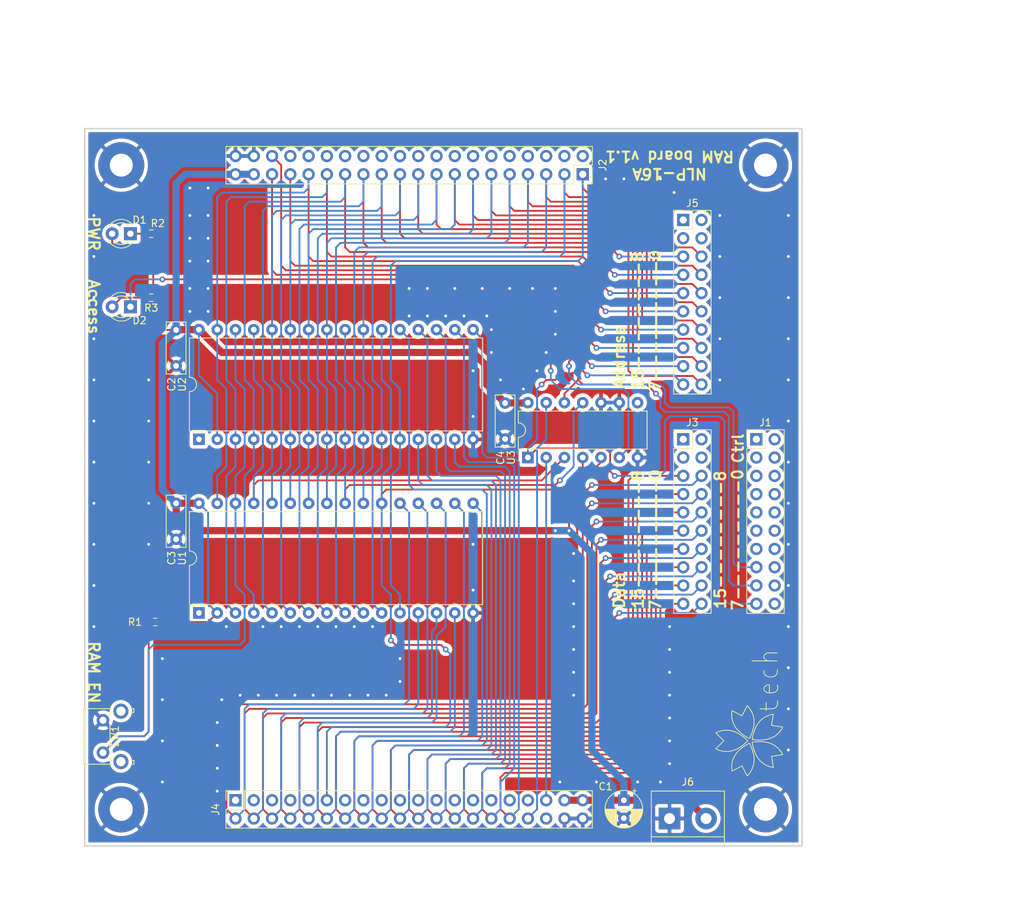
<source format=kicad_pcb>
(kicad_pcb (version 20211014) (generator pcbnew)
  (layers (0 "F.Cu" signal) (31 "B.Cu" signal) (34 "B.Paste" user) (35 "F.Paste" user) (36 "B.SilkS" user "B.Silkscreen") (37 "F.SilkS" user "F.Silkscreen") (38 "B.Mask" user) (39 "F.Mask" user) (44 "Edge.Cuts" user))
  (net 0 "")
  (net 1 "VCC")
  (net 2 "GND")
  (net 3 "Net-(D1-Pad1)")
  (net 4 "Net-(D2-Pad2)")
  (net 9 "IO_BUS7")
  (net 10 "IO_BUS15")
  (net 11 "IO_BUS6")
  (net 12 "IO_BUS14")
  (net 13 "IO_BUS5")
  (net 14 "IO_BUS13")
  (net 15 "IO_BUS4")
  (net 16 "IO_BUS12")
  (net 17 "IO_BUS3")
  (net 18 "IO_BUS11")
  (net 19 "IO_BUS2")
  (net 20 "IO_BUS10")
  (net 21 "IO_BUS1")
  (net 22 "IO_BUS9")
  (net 23 "IO_BUS0")
  (net 24 "IO_BUS8")
  (net 25 "Address0")
  (net 27 "Address1")
  (net 29 "Address2")
  (net 31 "Address3")
  (net 33 "Address4")
  (net 35 "Address5")
  (net 37 "Address6")
  (net 39 "Address7")
  (net 41 "Address8")
  (net 43 "Address9")
  (net 45 "Address10")
  (net 47 "Address11")
  (net 49 "Address12")
  (net 51 "Address13")
  (net 53 "Address14")
  (net 55 "Address15")
  (net 57 "~{DEBUG_RD}")
  (net 59 "~{DEBUG_WR}")
  (net 60 "~{DEBUG_RS}")
  (net 65 "~{dev1}")
  (net 77 "~{RD_BUS}")
  (net 78 "~{WR_CLK}")
  (net 93 "Net-(R1-Pad2)")
  (net 95 "~{RD}")
  (net 96 "~{WR}")
  (net 104 "Net-(D2-Pad1)")
  (footprint "LED_THT:LED_D3.0mm" (layer "F.Cu") (at 70.485 60.325 180)
    (fp_text reference "D1")
    (fp_text value "LED")
  )
  (footprint "Resistor_SMD:R_0603_1608Metric_Pad0.98x0.95mm_HandSolder" (layer "F.Cu") (at 73.3825 60.325)
    (fp_text reference "R2")
    (fp_text value "R")
  )
  (footprint "Resistor_SMD:R_0603_1608Metric_Pad0.98x0.95mm_HandSolder" (layer "F.Cu") (at 73.3825 69.215 180)
    (fp_text reference "R3")
    (fp_text value "R")
  )
  (footprint "Connector_PinSocket_2.54mm:PinSocket_2x20_P2.54mm_Vertical" (layer "F.Cu") (at 133.35 52.07 -90)
    (fp_text reference "J2")
    (fp_text value "Conn_02x20_Odd_Even")
  )
  (footprint "TerminalBlock:TerminalBlock_bornier-2_P5.08mm" (layer "F.Cu") (at 145.415 141.605)
    (fp_text reference "J6")
    (fp_text value "Screw_Terminal_01x02")
  )
  (footprint "Connector_PinHeader_2.54mm:PinHeader_2x10_P2.54mm_Vertical" (layer "F.Cu") (at 147.32 88.9)
    (fp_text reference "J3")
    (fp_text value "Conn_02x10_Odd_Even")
  )
  (footprint "Button_Switch_THT:SW_Tactile_SPST_Angled_PTS645Vx31-2LFS" (layer "F.Cu") (at 66.675 132.45 90)
    (fp_text reference "SW1")
    (fp_text value "SW_Push")
  )
  (footprint "Connector_PinSocket_2.54mm:PinSocket_2x20_P2.54mm_Vertical" (layer "F.Cu") (at 85.09 139.065 90)
    (fp_text reference "J4")
    (fp_text value "Conn_02x20_Odd_Even")
  )
  (footprint "MountingHole:MountingHole_3.2mm_M3_Pad" (layer "F.Cu") (at 69.215 140.335)
    (fp_text reference "H1" hide)
    (fp_text value "MountingHole_Pad")
  )
  (footprint "MountingHole:MountingHole_3.2mm_M3_Pad" (layer "F.Cu") (at 69.215 50.8)
    (fp_text reference "H4" hide)
    (fp_text value "MountingHole_Pad")
  )
  (footprint "Package_DIP:DIP-14_W7.62mm" (layer "F.Cu") (at 125.725 91.43 90)
    (fp_text reference "U3")
    (fp_text value "74LS32")
  )
  (footprint "Capacitor_THT:C_Disc_D7.0mm_W2.5mm_P5.00mm" (layer "F.Cu") (at 76.835 73.7 -90)
    (fp_text reference "C2")
    (fp_text value "C")
  )
  (footprint "MountingHole:MountingHole_3.2mm_M3_Pad" (layer "F.Cu") (at 158.75 140.335)
    (fp_text reference "H3" hide)
    (fp_text value "MountingHole_Pad")
  )
  (footprint "LOGO" (layer "F.Cu") (at 156.845 126.365 90)
    (fp_text reference "G***" hide)
    (fp_text value "LOGO" hide)
  )
  (footprint "Capacitor_THT:C_Disc_D7.0mm_W2.5mm_P5.00mm" (layer "F.Cu") (at 76.835 97.79 -90)
    (fp_text reference "C3")
    (fp_text value "C")
  )
  (footprint "MountingHole:MountingHole_3.2mm_M3_Pad" (layer "F.Cu") (at 158.75 50.8)
    (fp_text reference "H2" hide)
    (fp_text value "MountingHole_Pad")
  )
  (footprint "Package_DIP:DIP-32_W15.24mm" (layer "F.Cu") (at 80.01 113.035 90)
    (fp_text reference "U1")
    (fp_text value "TC551001")
  )
  (footprint "Capacitor_THT:C_Disc_D7.0mm_W2.5mm_P5.00mm" (layer "F.Cu") (at 122.555 83.86 -90)
    (fp_text reference "C4")
    (fp_text value "C")
  )
  (footprint "Connector_PinHeader_2.54mm:PinHeader_2x10_P2.54mm_Vertical" (layer "F.Cu") (at 147.315 58.42)
    (fp_text reference "J5")
    (fp_text value "Conn_02x10_Odd_Even")
  )
  (footprint "Capacitor_THT:CP_Radial_D5.0mm_P2.50mm" (layer "F.Cu") (at 139.065 139.065 -90)
    (fp_text reference "C1")
    (fp_text value "C_Polarized")
  )
  (footprint "Package_DIP:DIP-32_W15.24mm" (layer "F.Cu") (at 80.01 88.9 90)
    (fp_text reference "U2")
    (fp_text value "TC551001")
  )
  (footprint "Connector_PinHeader_2.54mm:PinHeader_2x10_P2.54mm_Vertical" (layer "F.Cu") (at 157.48 88.9)
    (fp_text reference "J1")
    (fp_text value "Conn_02x10_Odd_Even")
  )
  (footprint "Resistor_SMD:R_0603_1608Metric_Pad0.98x0.95mm_HandSolder" (layer "F.Cu") (at 73.9375 114.3 180)
    (fp_text reference "R1")
    (fp_text value "R")
  )
  (footprint "LED_THT:LED_D3.0mm" (layer "F.Cu") (at 70.49 70.485 180)
    (fp_text reference "D2")
    (fp_text value "LED")
  )
  (gr_rect (start 64.135 45.72) (end 163.83 145.415) (layer "Edge.Cuts") (width 0.2) (fill none))
  (gr_text "15--------8\n7---------0" (at 153.67 102.87 90) (layer "F.SilkS") (effects (font (size 1.5 1.5) (thickness 0.3))))
  (gr_text "Address" (at 138.43 77.47 90) (layer "F.SilkS") (effects (font (size 1.5 1.5) (thickness 0.3))))
  (gr_text "PWR" (at 65.405 60.325 270) (layer "F.SilkS") (effects (font (size 1.5 1.5) (thickness 0.3))))
  (gr_text "NLP-16A\nRAM board v1.1" (at 145.415 50.8 180) (layer "F.SilkS") (effects (font (size 1.5 1.5) (thickness 0.3))))
  (gr_text "RAM EN" (at 65.405 121.285 270) (layer "F.SilkS") (effects (font (size 1.5 1.5) (thickness 0.3))))
  (gr_text "Data" (at 138.43 109.855 90) (layer "F.SilkS") (effects (font (size 1.5 1.5) (thickness 0.3))))
  (gr_text "15--------8\n7---------0" (at 142.24 102.87 90) (layer "F.SilkS") (effects (font (size 1.5 1.5) (thickness 0.3))))
  (gr_text "Ctrl" (at 154.94 90.17 90) (layer "F.SilkS") (effects (font (size 1.5 1.5) (thickness 0.3))))
  (gr_text "15--------8\n7---------0" (at 142.24 72.39 90) (layer "F.SilkS") (effects (font (size 1.5 1.5) (thickness 0.3))))
  (gr_text "Access" (at 65.405 70.485 270) (layer "F.SilkS") (effects (font (size 1.5 1.5) (thickness 0.3))))
  (segment (start 74.295 73.025) (end 74.295 69.215) (width 0.25) (layer "F.Cu") (net 1))
  (segment (start 125.675 83.86) (end 125.725 83.81) (width 1) (layer "F.Cu") (net 1))
  (segment (start 131.445 96.52) (end 131.445 101.6) (width 0.25) (layer "F.Cu") (net 1))
  (segment (start 74.295 69.215) (end 74.295 68.58) (width 0.25) (layer "F.Cu") (net 1))
  (segment (start 74.295 68.58) (end 73.66 67.945) (width 0.25) (layer "F.Cu") (net 1))
  (segment (start 76.835 97.79) (end 76.835 99.06) (width 1) (layer "F.Cu") (net 1))
  (segment (start 147.955 139.065) (end 150.495 141.605) (width 1) (layer "F.Cu") (net 1))
  (segment (start 120.015 78.74) (end 120.015 81.32) (width 1) (layer "F.Cu") (net 1))
  (segment (start 130.81 139.065) (end 139.065 139.065) (width 1) (layer "F.Cu") (net 1))
  (segment (start 80.01 73.66) (end 83.185 76.835) (width 1) (layer "F.Cu") (net 1))
  (segment (start 125.73 101.6) (end 131.445 101.6) (width 1) (layer "F.Cu") (net 1))
  (segment (start 83.185 76.835) (end 118.11 76.835) (width 1) (layer "F.Cu") (net 1))
  (segment (start 80.01 73.66) (end 76.875 73.66) (width 1) (layer "F.Cu") (net 1))
  (segment (start 122.555 83.86) (end 125.675 83.86) (width 1) (layer "F.Cu") (net 1))
  (segment (start 67.945 61.595) (end 67.945 60.325) (width 0.25) (layer "F.Cu") (net 1))
  (segment (start 120.015 81.32) (end 122.555 83.86) (width 1) (layer "F.Cu") (net 1))
  (segment (start 73.66 62.865) (end 73.025 62.23) (width 0.25) (layer "F.Cu") (net 1))
  (segment (start 135.885 92.08) (end 131.445 96.52) (width 0.25) (layer "F.Cu") (net 1))
  (segment (start 80.005 97.79) (end 80.01 97.795) (width 1) (layer "F.Cu") (net 1))
  (segment (start 76.835 97.79) (end 80.005 97.79) (width 1) (layer "F.Cu") (net 1))
  (segment (start 74.97 73.7) (end 76.835 73.7) (width 0.25) (layer "F.Cu") (net 1))
  (segment (start 135.885 91.43) (end 135.885 92.08) (width 0.25) (layer "F.Cu") (net 1))
  (segment (start 74.85 114.3) (end 81.285 114.3) (width 0.25) (layer "F.Cu") (net 1))
  (segment (start 68.58 62.23) (end 67.945 61.595) (width 0.25) (layer "F.Cu") (net 1))
  (segment (start 76.875 73.66) (end 76.835 73.7) (width 1) (layer "F.Cu") (net 1))
  (segment (start 73.66 67.945) (end 73.66 62.865) (width 0.25) (layer "F.Cu") (net 1))
  (segment (start 76.835 99.06) (end 79.375 101.6) (width 1) (layer "F.Cu") (net 1))
  (segment (start 74.295 73.025) (end 74.97 73.7) (width 0.25) (layer "F.Cu") (net 1))
  (segment (start 139.065 139.065) (end 147.955 139.065) (width 1) (layer "F.Cu") (net 1))
  (segment (start 118.11 76.835) (end 120.015 78.74) (width 1) (layer "F.Cu") (net 1))
  (segment (start 79.375 101.6) (end 125.73 101.6) (width 1) (layer "F.Cu") (net 1))
  (segment (start 81.285 114.3) (end 82.55 113.035) (width 0.25) (layer "F.Cu") (net 1))
  (segment (start 73.025 62.23) (end 68.58 62.23) (width 0.25) (layer "F.Cu") (net 1))
  (via (at 129.54 101.6) (size 0.8) (drill 0.4) (layers "F.Cu" "B.Cu") (net 1))
  (via (at 131.445 101.6) (size 0.8) (drill 0.4) (layers "F.Cu" "B.Cu") (net 1))
  (segment (start 134.62 104.775) (end 131.445 101.6) (width 1) (layer "B.Cu") (net 1))
  (segment (start 74.93 75.565) (end 74.93 95.885) (width 1) (layer "B.Cu") (net 1))
  (segment (start 78.105 52.07) (end 87.63 52.07) (width 1) (layer "B.Cu") (net 1))
  (segment (start 139.065 139.065) (end 139.065 136.525) (width 1) (layer "B.Cu") (net 1))
  (segment (start 74.93 95.885) (end 76.835 97.79) (width 1) (layer "B.Cu") (net 1))
  (segment (start 82.55 88.9) (end 82.55 82.55) (width 0.25) (layer "B.Cu") (net 1))
  (segment (start 134.62 132.08) (end 134.62 104.775) (width 1) (layer "B.Cu") (net 1))
  (segment (start 81.28 111.765) (end 81.28 99.06) (width 0.25) (layer "B.Cu") (net 1))
  (segment (start 76.835 53.34) (end 78.105 52.07) (width 1) (layer "B.Cu") (net 1))
  (segment (start 80.01 80.01) (end 80.01 73.66) (width 0.25) (layer "B.Cu") (net 1))
  (segment (start 82.55 82.55) (end 80.01 80.01) (width 0.25) (layer "B.Cu") (net 1))
  (segment (start 76.835 73.7) (end 76.835 53.34) (width 1) (layer "B.Cu") (net 1))
  (segment (start 81.28 99.06) (end 80.015 97.795) (width 0.25) (layer "B.Cu") (net 1))
  (segment (start 82.55 113.035) (end 81.28 111.765) (width 0.25) (layer "B.Cu") (net 1))
  (segment (start 76.835 73.7) (end 74.97 75.565) (width 1) (layer "B.Cu") (net 1))
  (segment (start 139.065 136.525) (end 134.62 132.08) (width 1) (layer "B.Cu") (net 1))
  (segment (start 129.54 101.6) (end 131.445 101.6) (width 1) (layer "B.Cu") (net 1))
  (segment (start 80.015 97.795) (end 80.01 97.795) (width 0.25) (layer "B.Cu") (net 1))
  (segment (start 74.97 75.565) (end 74.93 75.565) (width 1) (layer "B.Cu") (net 1))
  (via (at 65.405 69.215) (size 0.8) (drill 0.4) (layers "F.Cu" "B.Cu") (net 2))
  (via (at 78.74 64.135) (size 0.8) (drill 0.4) (layers "F.Cu" "B.Cu") (net 2))
  (via (at 81.28 67.945) (size 0.8) (drill 0.4) (layers "F.Cu" "B.Cu") (net 2))
  (via (at 65.405 109.22) (size 0.8) (drill 0.4) (layers "F.Cu" "B.Cu") (net 2))
  (via (at 88.9 114.935) (size 0.8) (drill 0.4) (layers "F.Cu" "B.Cu") (net 2))
  (via (at 82.55 134.62) (size 0.8) (drill 0.4) (layers "F.Cu" "B.Cu") (net 2))
  (via (at 99.06 114.935) (size 0.8) (drill 0.4) (layers "F.Cu" "B.Cu") (net 2))
  (via (at 161.925 114.935) (size 0.8) (drill 0.4) (layers "F.Cu" "B.Cu") (net 2))
  (via (at 78.74 71.12) (size 0.8) (drill 0.4) (layers "F.Cu" "B.Cu") (net 2))
  (via (at 161.925 92.075) (size 0.8) (drill 0.4) (layers "F.Cu" "B.Cu") (net 2))
  (via (at 161.925 103.505) (size 0.8) (drill 0.4) (layers "F.Cu" "B.Cu") (net 2))
  (via (at 161.925 109.22) (size 0.8) (drill 0.4) (layers "F.Cu" "B.Cu") (net 2))
  (via (at 132.08 111.76) (size 0.8) (drill 0.4) (layers "F.Cu" "B.Cu") (net 2))
  (via (at 82.55 137.795) (size 0.8) (drill 0.4) (layers "F.Cu" "B.Cu") (net 2))
  (via (at 81.28 71.12) (size 0.8) (drill 0.4) (layers "F.Cu" "B.Cu") (net 2))
  (via (at 98.425 124.46) (size 0.8) (drill 0.4) (layers "F.Cu" "B.Cu") (net 2))
  (via (at 129.54 67.945) (size 0.8) (drill 0.4) (layers "F.Cu" "B.Cu") (net 2))
  (via (at 95.885 124.46) (size 0.8) (drill 0.4) (layers "F.Cu" "B.Cu") (net 2))
  (via (at 73.025 97.79) (size 0.8) (drill 0.4) (layers "F.Cu" "B.Cu") (net 2))
  (via (at 161.925 74.93) (size 0.8) (drill 0.4) (layers "F.Cu" "B.Cu") (net 2))
  (via (at 65.405 103.505) (size 0.8) (drill 0.4) (layers "F.Cu" "B.Cu") (net 2))
  (via (at 140.97 136.525) (size 0.8) (drill 0.4) (layers "F.Cu" "B.Cu") (net 2))
  (via (at 141.605 52.705) (size 0.8) (drill 0.4) (layers "F.Cu" "B.Cu") (net 2))
  (via (at 145.415 124.46) (size 0.8) (drill 0.4) (layers "F.Cu" "B.Cu") (net 2))
  (via (at 96.52 114.935) (size 0.8) (drill 0.4) (layers "F.Cu" "B.Cu") (net 2))
  (via (at 132.08 108.585) (size 0.8) (drill 0.4) (layers "F.Cu" "B.Cu") (net 2))
  (via (at 91.44 114.935) (size 0.8) (drill 0.4) (layers "F.Cu" "B.Cu") (net 2))
  (via (at 161.925 132.08) (size 0.8) (drill 0.4) (layers "F.Cu" "B.Cu") (net 2))
  (via (at 73.025 80.645) (size 0.8) (drill 0.4) (layers "F.Cu" "B.Cu") (net 2))
  (via (at 103.505 124.46) (size 0.8) (drill 0.4) (layers "F.Cu" "B.Cu") (net 2))
  (via (at 74.93 136.525) (size 0.8) (drill 0.4) (layers "F.Cu" "B.Cu") (net 2))
  (via (at 111.76 67.945) (size 0.8) (drill 0.4) (layers "F.Cu" "B.Cu") (net 2))
  (via (at 111.76 71.755) (size 0.8) (drill 0.4) (layers "F.Cu" "B.Cu") (net 2))
  (via (at 132.08 124.46) (size 0.8) (drill 0.4) (layers "F.Cu" "B.Cu") (net 2))
  (via (at 73.025 103.505) (size 0.8) (drill 0.4) (layers "F.Cu" "B.Cu") (net 2))
  (via (at 136.525 52.705) (size 0.8) (drill 0.4) (layers "F.Cu" "B.Cu") (net 2))
  (via (at 152.4 63.5) (size 0.8) (drill 0.4) (layers "F.Cu" "B.Cu") (net 2))
  (via (at 78.74 53.975) (size 0.8) (drill 0.4) (layers "F.Cu" "B.Cu") (net 2))
  (via (at 82.55 128.27) (size 0.8) (drill 0.4) (layers "F.Cu" "B.Cu") (net 2))
  (via (at 118.11 103.505) (size 0.8) (drill 0.4) (layers "F.Cu" "B.Cu") (net 2))
  (via (at 119.38 67.945) (size 0.8) (drill 0.4) (layers "F.Cu" "B.Cu") (net 2))
  (via (at 161.925 63.5) (size 0.8) (drill 0.4) (layers "F.Cu" "B.Cu") (net 2))
  (via (at 93.345 124.46) (size 0.8) (drill 0.4) (layers "F.Cu" "B.Cu") (net 2))
  (via (at 65.405 92.075) (size 0.8) (drill 0.4) (layers "F.Cu" "B.Cu") (net 2))
  (via (at 81.28 53.975) (size 0.8) (drill 0.4) (layers "F.Cu" "B.Cu") (net 2))
  (via (at 145.415 133.985) (size 0.8) (drill 0.4) (layers "F.Cu" "B.Cu") (net 2))
  (via (at 152.4 74.93) (size 0.8) (drill 0.4) (layers "F.Cu" "B.Cu") (net 2))
  (via (at 106.045 124.46) (size 0.8) (drill 0.4) (layers "F.Cu" "B.Cu") (net 2))
  (via (at 145.415 118.11) (size 0.8) (drill 0.4) (layers "F.Cu" "B.Cu") (net 2))
  (via (at 152.4 69.215) (size 0.8) (drill 0.4) (layers "F.Cu" "B.Cu") (net 2))
  (via (at 74.93 125.095) (size 0.8) (drill 0.4) (layers "F.Cu" "B.Cu") (net 2))
  (via (at 120.015 71.755) (size 0.8) (drill 0.4) (layers "F.Cu" "B.Cu") (net 2))
  (via (at 161.925 69.215) (size 0.8) (drill 0.4) (layers "F.Cu" "B.Cu") (net 2))
  (via (at 161.925 86.36) (size 0.8) (drill 0.4) (layers "F.Cu" "B.Cu") (net 2))
  (via (at 161.925 120.65) (size 0.8) (drill 0.4) (layers "F.Cu" "B.Cu") (net 2))
  (via (at 161.925 80.645) (size 0.8) (drill 0.4) (layers "F.Cu" "B.Cu") (net 2))
  (via (at 121.92 80.645) (size 0.8) (drill 0.4) (layers "F.Cu" "B.Cu") (net 2))
  (via (at 129.54 74.295) (size 0.8) (drill 0.4) (layers "F.Cu" "B.Cu") (net 2))
  (via (at 145.415 127.635) (size 0.8) (drill 0.4) (layers "F.Cu" "B.Cu") (net 2))
  (via (at 81.28 64.135) (size 0.8) (drill 0.4) (layers "F.Cu" "B.Cu") (net 2))
  (via (at 125.095 81.915) (size 0.8) (drill 0.4) (layers "F.Cu" "B.Cu") (net 2))
  (via (at 100.965 124.46) (size 0.8) (drill 0.4) (layers "F.Cu" "B.Cu") (net 2))
  (via (at 130.175 136.525) (size 0.8) (drill 0.4) (layers "F.Cu" "B.Cu") (net 2))
  (via (at 145.415 130.81) (size 0.8) (drill 0.4) (layers "F.Cu" "B.Cu") (net 2))
  (via (at 101.6 114.935) (size 0.8) (drill 0.4) (layers "F.Cu" "B.Cu") (net 2))
  (via (at 145.415 121.285) (size 0.8) (drill 0.4) (layers "F.Cu" "B.Cu") (net 2))
  (via (at 118.11 109.855) (size 0.8) (drill 0.4) (layers "F.Cu" "B.Cu") (net 2))
  (via (at 120.65 76.835) (size 0.8) (drill 0.4) (layers "F.Cu" "B.Cu") (net 2))
  (via (at 152.4 57.785) (size 0.8) (drill 0.4) (layers "F.Cu" "B.Cu") (net 2))
  (via (at 109.22 71.755) (size 0.8) (drill 0.4) (layers "F.Cu" "B.Cu") (net 2))
  (via (at 118.11 85.725) (size 0.8) (drill 0.4) (layers "F.Cu" "B.Cu") (net 2))
  (via (at 118.11 79.375) (size 0.8) (drill 0.4) (layers "F.Cu" "B.Cu") (net 2))
  (via (at 161.925 126.365) (size 0.8) (drill 0.4) (layers "F.Cu" "B.Cu") (net 2))
  (via (at 161.925 57.785) (size 0.8) (drill 0.4) (layers "F.Cu" "B.Cu") (net 2))
  (via (at 120.65 73.66) (size 0.8) (drill 0.4) (layers "F.Cu" "B.Cu") (net 2))
  (via (at 78.74 67.945) (size 0.8) (drill 0.4) (layers "F.Cu" "B.Cu") (net 2))
  (via (at 161.925 97.79) (size 0.8) (drill 0.4) (layers "F.Cu" "B.Cu") (net 2))
  (via (at 132.08 118.11) (size 0.8) (drill 0.4) (layers "F.Cu" "B.Cu") (net 2))
  (via (at 135.255 136.525) (size 0.8) (drill 0.4) (layers "F.Cu" "B.Cu") (net 2))
  (via (at 144.145 136.525) (size 0.8) (drill 0.4) (layers "F.Cu" "B.Cu") (net 2))
  (via (at 144.145 52.705) (size 0.8) (drill 0.4) (layers "F.Cu" "B.Cu") (net 2))
  (via (at 132.08 104.775) (size 0.8) (drill 0.4) (layers "F.Cu" "B.Cu") (net 2))
  (via (at 104.14 114.935) (size 0.8) (drill 0.4) (layers "F.Cu" "B.Cu") (net 2))
  (via (at 83.82 114.935) (size 0.8) (drill 0.4) (layers "F.Cu" "B.Cu") (net 2))
  (via (at 132.08 114.935) (size 0.8) (drill 0.4) (layers "F.Cu" "B.Cu") (net 2))
  (via (at 65.405 97.79) (size 0.8) (drill 0.4) (layers "F.Cu" "B.Cu") (net 2))
  (via (at 145.415 114.935) (size 0.8) (drill 0.4) (layers "F.Cu" "B.Cu") (net 2))
  (via (at 127 79.375) (size 0.8) (drill 0.4) (layers "F.Cu" "B.Cu") (net 2))
  (via (at 88.265 124.46) (size 0.8) (drill 0.4) (layers "F.Cu" "B.Cu") (net 2))
  (via (at 83.185 125.095) (size 0.8) (drill 0.4) (layers "F.Cu" "B.Cu") (net 2))
  (via (at 74.93 119.38) (size 0.8) (drill 0.4) (layers "F.Cu" "B.Cu") (net 2))
  (via (at 65.405 114.935) (size 0.8) (drill 0.4) (layers "F.Cu" "B.Cu") (net 2))
  (via (at 65.405 80.645) (size 0.8) (drill 0.4) (layers "F.Cu" "B.Cu") (net 2))
  (via (at 128.27 76.835) (size 0.8) (drill 0.4) (layers "F.Cu" "B.Cu") (net 2))
  (via (at 132.08 121.285) (size 0.8) (drill 0.4) (layers "F.Cu" "B.Cu") (net 2))
  (via (at 90.805 124.46) (size 0.8) (drill 0.4) (layers "F.Cu" "B.Cu") (net 2))
  (via (at 65.405 74.93) (size 0.8) (drill 0.4) (layers "F.Cu" "B.Cu") (net 2))
  (via (at 78.74 60.96) (size 0.8) (drill 0.4) (layers "F.Cu" "B.Cu") (net 2))
  (via (at 81.28 57.785) (size 0.8) (drill 0.4) (layers "F.Cu" "B.Cu") (net 2))
  (via (at 123.19 67.945) (size 0.8) (drill 0.4) (layers "F.Cu" "B.Cu") (net 2))
  (via (at 65.405 86.36) (size 0.8) (drill 0.4) (layers "F.Cu" "B.Cu") (net 2))
  (via (at 126.365 67.945) (size 0.8) (drill 0.4) (layers "F.Cu" "B.Cu") (net 2))
  (via (at 107.95 122.555) (size 0.8) (drill 0.4) (layers "F.Cu" "B.Cu") (net 2))
  (via (at 115.57 67.945) (size 0.8) (drill 0.4) (layers "F.Cu" "B.Cu") (net 2))
  (via (at 73.025 86.36) (size 0.8) (drill 0.4) (layers "F.Cu" "B.Cu") (net 2))
  (via (at 152.4 80.645) (size 0.8) (drill 0.4) (layers "F.Cu" "B.Cu") (net 2))
  (via (at 139.065 52.705) (size 0.8) (drill 0.4) (layers "F.Cu" "B.Cu") (net 2))
  (via (at 65.405 57.785) (size 0.8) (drill 0.4) (layers "F.Cu" "B.Cu") (net 2))
  (via (at 114.3 71.755) (size 0.8) (drill 0.4) (layers "F.Cu" "B.Cu") (net 2))
  (via (at 74.93 130.81) (size 0.8) (drill 0.4) (layers "F.Cu" "B.Cu") (net 2))
  (via (at 93.98 114.935) (size 0.8) (drill 0.4) (layers "F.Cu" "B.Cu") (net 2))
  (via (at 78.74 57.785) (size 0.8) (drill 0.4) (layers "F.Cu" "B.Cu") (net 2))
  (via (at 116.84 71.755) (size 0.8) (drill 0.4) (layers "F.Cu" "B.Cu") (net 2))
  (via (at 109.22 67.945) (size 0.8) (drill 0.4) (layers "F.Cu" "B.Cu") (net 2))
  (via (at 65.405 120.65) (size 0.8) (drill 0.4) (layers "F.Cu" "B.Cu") (net 2))
  (via (at 65.405 63.5) (size 0.8) (drill 0.4) (layers "F.Cu" "B.Cu") (net 2))
  (via (at 129.54 71.12) (size 0.8) (drill 0.4) (layers "F.Cu" "B.Cu") (net 2))
  (via (at 81.28 60.96) (size 0.8) (drill 0.4) (layers "F.Cu" "B.Cu") (net 2))
  (via (at 85.725 124.46) (size 0.8) (drill 0.4) (layers "F.Cu" "B.Cu") (net 2))
  (via (at 82.55 131.445) (size 0.8) (drill 0.4) (layers "F.Cu" "B.Cu") (net 2))
  (via (at 146.05 54.61) (size 0.8) (drill 0.4) (layers "F.Cu" "B.Cu") (net 2))
  (via (at 107.95 119.38) (size 0.8) (drill 0.4) (layers "F.Cu" "B.Cu") (net 2))
  (via (at 73.025 92.075) (size 0.8) (drill 0.4) (layers "F.Cu" "B.Cu") (net 2))
  (segment (start 70.485 60.325) (end 72.47 60.325) (width 0.25) (layer "F.Cu") (net 3))
  (segment (start 69.22 69.215) (end 72.47 69.215) (width 0.25) (layer "F.Cu") (net 4))
  (segment (start 67.95 70.485) (end 69.22 69.215) (width 0.25) (layer "F.Cu") (net 4))
  (segment (start 137.795 113.665) (end 137.795 129.54) (width 0.25) (layer "F.Cu") (net 9))
  (segment (start 102.235 130.175) (end 101.6 130.81) (width 0.25) (layer "F.Cu") (net 9))
  (segment (start 137.795 129.54) (end 137.16 130.175) (width 0.25) (layer "F.Cu") (net 9))
  (segment (start 101.6 130.81) (end 101.6 140.315) (width 0.25) (layer "F.Cu") (net 9))
  (segment (start 137.16 130.175) (end 102.235 130.175) (width 0.25) (layer "F.Cu") (net 9))
  (segment (start 138.43 113.03) (end 137.795 113.665) (width 0.25) (layer "F.Cu") (net 9))
  (segment (start 101.6 140.315) (end 102.87 141.585) (width 0.25) (layer "F.Cu") (net 9))
  (via (at 138.43 113.03) (size 0.8) (drill 0.4) (layers "F.Cu" "B.Cu") (net 9))
  (segment (start 139.065 113.03) (end 138.43 113.03) (width 0.25) (layer "B.Cu") (net 9))
  (segment (start 118.745 130.81) (end 104.775 130.81) (width 0.25) (layer "B.Cu") (net 9))
  (segment (start 119.38 130.175) (end 118.745 130.81) (width 0.25) (layer "B.Cu") (net 9))
  (segment (start 119.375 99.06) (end 119.38 99.06) (width 0.25) (layer "B.Cu") (net 9))
  (segment (start 104.14 140.315) (end 102.87 141.585) (width 0.25) (layer "B.Cu") (net 9))
  (segment (start 118.11 97.795) (end 119.375 99.06) (width 0.25) (layer "B.Cu") (net 9))
  (segment (start 119.38 99.06) (end 119.38 130.175) (width 0.25) (layer "B.Cu") (net 9))
  (segment (start 148.59 113.03) (end 139.065 113.03) (width 0.25) (layer "B.Cu") (net 9))
  (segment (start 104.775 130.81) (end 104.14 131.445) (width 0.25) (layer "B.Cu") (net 9))
  (segment (start 149.86 111.76) (end 148.59 113.03) (width 0.25) (layer "B.Cu") (net 9))
  (segment (start 104.14 131.445) (end 104.14 140.315) (width 0.25) (layer "B.Cu") (net 9))
  (segment (start 121.94 140.335) (end 123.19 141.585) (width 0.25) (layer "F.Cu") (net 10))
  (segment (start 122.555 135.255) (end 121.92 135.89) (width 0.25) (layer "F.Cu") (net 10))
  (segment (start 121.92 135.89) (end 121.92 140.335) (width 0.25) (layer "F.Cu") (net 10))
  (segment (start 144.145 112.395) (end 144.145 134.62) (width 0.25) (layer "F.Cu") (net 10))
  (segment (start 144.145 134.62) (end 143.51 135.255) (width 0.25) (layer "F.Cu") (net 10))
  (segment (start 144.145 112.395) (end 144.78 111.76) (width 0.25) (layer "F.Cu") (net 10))
  (segment (start 121.92 140.335) (end 121.94 140.335) (width 0.25) (layer "F.Cu") (net 10))
  (segment (start 144.78 111.76) (end 147.32 111.76) (width 0.25) (layer "F.Cu") (net 10))
  (segment (start 143.51 135.255) (end 122.555 135.255) (width 0.25) (layer "F.Cu") (net 10))
  (segment (start 119.38 90.805) (end 119.38 74.93) (width 0.25) (layer "B.Cu") (net 10))
  (segment (start 123.19 141.585) (end 124.44 140.335) (width 0.25) (layer "B.Cu") (net 10))
  (segment (start 124.46 140.335) (end 124.46 92.075) (width 0.25) (layer "B.Cu") (net 10))
  (segment (start 124.46 92.075) (end 123.825 91.44) (width 0.25) (layer "B.Cu") (net 10))
  (segment (start 124.44 140.335) (end 124.46 140.335) (width 0.25) (layer "B.Cu") (net 10))
  (segment (start 119.38 74.93) (end 118.11 73.66) (width 0.25) (layer "B.Cu") (net 10))
  (segment (start 120.015 91.44) (end 119.38 90.805) (width 0.25) (layer "B.Cu") (net 10))
  (segment (start 123.825 91.44) (end 120.015 91.44) (width 0.25) (layer "B.Cu") (net 10))
  (segment (start 136.525 129.54) (end 99.695 129.54) (width 0.25) (layer "F.Cu") (net 11))
  (segment (start 99.695 129.54) (end 99.06 130.175) (width 0.25) (layer "F.Cu") (net 11))
  (segment (start 99.06 140.315) (end 100.33 141.585) (width 0.25) (layer "F.Cu") (net 11))
  (segment (start 137.16 111.125) (end 137.16 128.905) (width 0.25) (layer "F.Cu") (net 11))
  (segment (start 137.16 128.905) (end 136.525 129.54) (width 0.25) (layer "F.Cu") (net 11))
  (segment (start 137.795 110.49) (end 137.16 111.125) (width 0.25) (layer "F.Cu") (net 11))
  (segment (start 99.06 130.175) (end 99.06 140.315) (width 0.25) (layer "F.Cu") (net 11))
  (via (at 137.795 110.49) (size 0.8) (drill 0.4) (layers "F.Cu" "B.Cu") (net 11))
  (segment (start 116.84 129.54) (end 116.205 130.175) (width 0.25) (layer "B.Cu") (net 11))
  (segment (start 149.86 109.22) (end 148.59 110.49) (width 0.25) (layer "B.Cu") (net 11))
  (segment (start 116.84 99.06) (end 116.84 129.54) (width 0.25) (layer "B.Cu") (net 11))
  (segment (start 102.235 130.175) (end 101.6 130.81) (width 0.25) (layer "B.Cu") (net 11))
  (segment (start 116.835 99.06) (end 116.84 99.06) (width 0.25) (layer "B.Cu") (net 11))
  (segment (start 101.6 130.81) (end 101.6 140.315) (width 0.25) (layer "B.Cu") (net 11))
  (segment (start 148.59 110.49) (end 137.795 110.49) (width 0.25) (layer "B.Cu") (net 11))
  (segment (start 115.57 97.795) (end 116.835 99.06) (width 0.25) (layer "B.Cu") (net 11))
  (segment (start 101.6 140.315) (end 100.33 141.585) (width 0.25) (layer "B.Cu") (net 11))
  (segment (start 116.205 130.175) (end 102.235 130.175) (width 0.25) (layer "B.Cu") (net 11))
  (segment (start 120.65 141.585) (end 119.4 140.335) (width 0.25) (layer "F.Cu") (net 12))
  (segment (start 119.38 135.255) (end 120.015 134.62) (width 0.25) (layer "F.Cu") (net 12))
  (segment (start 119.4 140.335) (end 119.38 140.335) (width 0.25) (layer "F.Cu") (net 12))
  (segment (start 142.875 134.62) (end 143.51 133.985) (width 0.25) (layer "F.Cu") (net 12))
  (segment (start 143.51 109.855) (end 144.145 109.22) (width 0.25) (layer "F.Cu") (net 12))
  (segment (start 143.51 133.985) (end 143.51 109.855) (width 0.25) (layer "F.Cu") (net 12))
  (segment (start 144.145 109.22) (end 147.32 109.22) (width 0.25) (layer "F.Cu") (net 12))
  (segment (start 120.015 134.62) (end 142.875 134.62) (width 0.25) (layer "F.Cu") (net 12))
  (segment (start 119.38 140.335) (end 119.38 135.255) (width 0.25) (layer "F.Cu") (net 12))
  (segment (start 121.92 140.315) (end 120.65 141.585) (width 0.25) (layer "B.Cu") (net 12))
  (segment (start 123.19 92.075) (end 123.825 92.71) (width 0.25) (layer "B.Cu") (net 12))
  (segment (start 123.825 92.71) (end 123.825 134.62) (width 0.25) (layer "B.Cu") (net 12))
  (segment (start 121.92 136.525) (end 121.92 140.315) (width 0.25) (layer "B.Cu") (net 12))
  (segment (start 115.57 73.66) (end 116.84 74.93) (width 0.25) (layer "B.Cu") (net 12))
  (segment (start 116.84 91.44) (end 117.475 92.075) (width 0.25) (layer "B.Cu") (net 12))
  (segment (start 116.84 74.93) (end 116.84 91.44) (width 0.25) (layer "B.Cu") (net 12))
  (segment (start 117.475 92.075) (end 123.19 92.075) (width 0.25) (layer "B.Cu") (net 12))
  (segment (start 123.825 134.62) (end 121.92 136.525) (width 0.25) (layer "B.Cu") (net 12))
  (segment (start 136.525 128.27) (end 135.89 128.905) (width 0.25) (layer "F.Cu") (net 13))
  (segment (start 135.89 128.905) (end 97.155 128.905) (width 0.25) (layer "F.Cu") (net 13))
  (segment (start 96.52 140.315) (end 97.79 141.585) (width 0.25) (layer "F.Cu") (net 13))
  (segment (start 136.525 110.49) (end 136.525 108.585) (width 0.25) (layer "F.Cu") (net 13))
  (segment (start 136.525 110.49) (end 136.525 128.27) (width 0.25) (layer "F.Cu") (net 13))
  (segment (start 96.52 129.54) (end 96.52 140.315) (width 0.25) (layer "F.Cu") (net 13))
  (segment (start 136.525 108.585) (end 137.16 107.95) (width 0.25) (layer "F.Cu") (net 13))
  (segment (start 97.155 128.905) (end 96.52 129.54) (width 0.25) (layer "F.Cu") (net 13))
  (via (at 137.16 107.95) (size 0.8) (drill 0.4) (layers "F.Cu" "B.Cu") (net 13))
  (segment (start 99.06 140.315) (end 97.79 141.585) (width 0.25) (layer "B.Cu") (net 13))
  (segment (start 115.57 113.035) (end 115.57 128.905) (width 0.25) (layer "B.Cu") (net 13))
  (segment (start 99.695 129.54) (end 99.06 130.175) (width 0.25) (layer "B.Cu") (net 13))
  (segment (start 99.06 130.175) (end 99.06 140.315) (width 0.25) (layer "B.Cu") (net 13))
  (segment (start 148.59 107.95) (end 149.86 106.68) (width 0.25) (layer "B.Cu") (net 13))
  (segment (start 114.935 129.54) (end 99.695 129.54) (width 0.25) (layer "B.Cu") (net 13))
  (segment (start 115.57 128.905) (end 114.935 129.54) (width 0.25) (layer "B.Cu") (net 13))
  (segment (start 137.16 107.95) (end 148.59 107.95) (width 0.25) (layer "B.Cu") (net 13))
  (segment (start 117.475 133.985) (end 142.24 133.985) (width 0.25) (layer "F.Cu") (net 14))
  (segment (start 142.24 133.985) (end 142.875 133.35) (width 0.25) (layer "F.Cu") (net 14))
  (segment (start 142.875 107.315) (end 143.51 106.68) (width 0.25) (layer "F.Cu") (net 14))
  (segment (start 118.11 141.585) (end 116.84 140.315) (width 0.25) (layer "F.Cu") (net 14))
  (segment (start 143.51 106.68) (end 147.32 106.68) (width 0.25) (layer "F.Cu") (net 14))
  (segment (start 116.84 134.62) (end 117.475 133.985) (width 0.25) (layer "F.Cu") (net 14))
  (segment (start 116.84 140.315) (end 116.84 134.62) (width 0.25) (layer "F.Cu") (net 14))
  (segment (start 142.875 133.35) (end 142.875 107.315) (width 0.25) (layer "F.Cu") (net 14))
  (segment (start 120.015 134.62) (end 119.38 135.255) (width 0.25) (layer "B.Cu") (net 14))
  (segment (start 115.57 88.9) (end 115.57 92.075) (width 0.25) (layer "B.Cu") (net 14))
  (segment (start 115.57 92.075) (end 116.205 92.71) (width 0.25) (layer "B.Cu") (net 14))
  (segment (start 123.19 133.985) (end 122.555 134.62) (width 0.25) (layer "B.Cu") (net 14))
  (segment (start 119.38 140.315) (end 118.11 141.585) (width 0.25) (layer "B.Cu") (net 14))
  (segment (start 122.555 134.62) (end 120.015 134.62) (width 0.25) (layer "B.Cu") (net 14))
  (segment (start 119.38 135.255) (end 119.38 140.315) (width 0.25) (layer "B.Cu") (net 14))
  (segment (start 122.555 92.71) (end 123.19 93.345) (width 0.25) (layer "B.Cu") (net 14))
  (segment (start 116.205 92.71) (end 122.555 92.71) (width 0.25) (layer "B.Cu") (net 14))
  (segment (start 123.19 93.345) (end 123.19 133.985) (width 0.25) (layer "B.Cu") (net 14))
  (segment (start 93.98 140.315) (end 95.25 141.585) (width 0.25) (layer "F.Cu") (net 15))
  (segment (start 94.615 128.27) (end 93.98 128.905) (width 0.25) (layer "F.Cu") (net 15))
  (segment (start 135.89 127.635) (end 135.255 128.27) (width 0.25) (layer "F.Cu") (net 15))
  (segment (start 93.98 128.905) (end 93.98 140.315) (width 0.25) (layer "F.Cu") (net 15))
  (segment (start 135.89 110.49) (end 135.89 127.635) (width 0.25) (layer "F.Cu") (net 15))
  (segment (start 135.89 110.49) (end 135.89 106.045) (width 0.25) (layer "F.Cu") (net 15))
  (segment (start 135.255 128.27) (end 94.615 128.27) (width 0.25) (layer "F.Cu") (net 15))
  (segment (start 135.89 106.045) (end 136.525 105.41) (width 0.25) (layer "F.Cu") (net 15))
  (via (at 136.525 105.41) (size 0.8) (drill 0.4) (layers "F.Cu" "B.Cu") (net 15))
  (segment (start 113.03 116.205) (end 114.3 114.935) (width 0.25) (layer "B.Cu") (net 15))
  (segment (start 97.155 128.27) (end 112.395 128.27) (width 0.25) (layer "B.Cu") (net 15))
  (segment (start 113.03 127.635) (end 113.03 116.205) (width 0.25) (layer "B.Cu") (net 15))
  (segment (start 96.52 128.905) (end 97.155 128.27) (width 0.25) (layer "B.Cu") (net 15))
  (segment (start 114.3 99.065) (end 113.03 97.795) (width 0.25) (layer "B.Cu") (net 15))
  (segment (start 96.52 140.315) (end 96.52 128.905) (width 0.25) (layer "B.Cu") (net 15))
  (segment (start 112.395 128.27) (end 113.03 127.635) (width 0.25) (layer "B.Cu") (net 15))
  (segment (start 114.3 114.935) (end 114.3 99.065) (width 0.25) (layer "B.Cu") (net 15))
  (segment (start 148.59 105.41) (end 149.86 104.14) (width 0.25) (layer "B.Cu") (net 15))
  (segment (start 95.25 141.585) (end 96.52 140.315) (width 0.25) (layer "B.Cu") (net 15))
  (segment (start 136.525 105.41) (end 148.59 105.41) (width 0.25) (layer "B.Cu") (net 15))
  (segment (start 114.935 133.35) (end 141.605 133.35) (width 0.25) (layer "F.Cu") (net 16))
  (segment (start 142.875 104.14) (end 147.32 104.14) (width 0.25) (layer "F.Cu") (net 16))
  (segment (start 115.57 141.585) (end 114.32 140.335) (width 0.25) (layer "F.Cu") (net 16))
  (segment (start 142.24 132.715) (end 142.24 104.775) (width 0.25) (layer "F.Cu") (net 16))
  (segment (start 142.24 104.775) (end 142.875 104.14) (width 0.25) (layer "F.Cu") (net 16))
  (segment (start 114.3 133.985) (end 114.935 133.35) (width 0.25) (layer "F.Cu") (net 16))
  (segment (start 141.605 133.35) (end 142.24 132.715) (width 0.25) (layer "F.Cu") (net 16))
  (segment (start 114.32 140.335) (end 114.3 140.335) (width 0.25) (layer "F.Cu") (net 16))
  (segment (start 114.3 140.335) (end 114.3 133.985) (width 0.25) (layer "F.Cu") (net 16))
  (segment (start 117.475 133.985) (end 116.84 134.62) (width 0.25) (layer "B.Cu") (net 16))
  (segment (start 121.92 133.985) (end 117.475 133.985) (width 0.25) (layer "B.Cu") (net 16))
  (segment (start 114.3 74.93) (end 114.3 92.71) (width 0.25) (layer "B.Cu") (net 16))
  (segment (start 114.935 93.345) (end 121.92 93.345) (width 0.25) (layer "B.Cu") (net 16))
  (segment (start 116.84 134.62) (end 116.84 140.315) (width 0.25) (layer "B.Cu") (net 16))
  (segment (start 121.92 93.345) (end 122.555 93.98) (width 0.25) (layer "B.Cu") (net 16))
  (segment (start 114.3 92.71) (end 114.935 93.345) (width 0.25) (layer "B.Cu") (net 16))
  (segment (start 116.84 140.315) (end 115.57 141.585) (width 0.25) (layer "B.Cu") (net 16))
  (segment (start 113.03 73.66) (end 114.3 74.93) (width 0.25) (layer "B.Cu") (net 16))
  (segment (start 122.555 133.35) (end 121.92 133.985) (width 0.25) (layer "B.Cu") (net 16))
  (segment (start 122.555 93.98) (end 122.555 133.35) (width 0.25) (layer "B.Cu") (net 16))
  (segment (start 135.255 110.49) (end 135.255 103.505) (width 0.25) (layer "F.Cu") (net 17))
  (segment (start 135.255 103.505) (end 135.89 102.87) (width 0.25) (layer "F.Cu") (net 17))
  (segment (start 91.44 128.27) (end 91.44 140.315) (width 0.25) (layer "F.Cu") (net 17))
  (segment (start 91.44 140.315) (end 92.71 141.585) (width 0.25) (layer "F.Cu") (net 17))
  (segment (start 134.62 127.635) (end 92.075 127.635) (width 0.25) (layer "F.Cu") (net 17))
  (segment (start 135.255 110.49) (end 135.255 127) (width 0.25) (layer "F.Cu") (net 17))
  (segment (start 135.255 127) (end 134.62 127.635) (width 0.25) (layer "F.Cu") (net 17))
  (segment (start 92.075 127.635) (end 91.44 128.27) (width 0.25) (layer "F.Cu") (net 17))
  (via (at 135.89 102.87) (size 0.8) (drill 0.4) (layers "F.Cu" "B.Cu") (net 17))
  (segment (start 148.59 102.87) (end 149.86 101.6) (width 0.25) (layer "B.Cu") (net 17))
  (segment (start 94.615 127.635) (end 93.98 128.27) (width 0.25) (layer "B.Cu") (net 17))
  (segment (start 113.03 114.935) (end 112.395 115.57) (width 0.25) (layer "B.Cu") (net 17))
  (segment (start 113.03 113.035) (end 113.03 114.935) (width 0.25) (layer "B.Cu") (net 17))
  (segment (start 93.98 128.27) (end 93.98 140.315) (width 0.25) (layer "B.Cu") (net 17))
  (segment (start 135.89 102.87) (end 148.59 102.87) (width 0.25) (layer "B.Cu") (net 17))
  (segment (start 112.395 115.57) (end 112.395 127) (width 0.25) (layer "B.Cu") (net 17))
  (segment (start 112.395 127) (end 111.76 127.635) (width 0.25) (layer "B.Cu") (net 17))
  (segment (start 93.98 140.315) (end 92.71 141.585) (width 0.25) (layer "B.Cu") (net 17))
  (segment (start 111.76 127.635) (end 94.615 127.635) (width 0.25) (layer "B.Cu") (net 17))
  (segment (start 111.76 133.35) (end 112.395 132.715) (width 0.25) (layer "F.Cu") (net 18))
  (segment (start 140.97 132.715) (end 141.605 132.08) (width 0.25) (layer "F.Cu") (net 18))
  (segment (start 112.395 132.715) (end 140.97 132.715) (width 0.25) (layer "F.Cu") (net 18))
  (segment (start 142.24 101.6) (end 147.32 101.6) (width 0.25) (layer "F.Cu") (net 18))
  (segment (start 141.605 102.235) (end 142.24 101.6) (width 0.25) (layer "F.Cu") (net 18))
  (segment (start 111.76 140.315) (end 111.76 133.35) (width 0.25) (layer "F.Cu") (net 18))
  (segment (start 113.03 141.585) (end 111.76 140.315) (width 0.25) (layer "F.Cu") (net 18))
  (segment (start 141.605 132.08) (end 141.605 102.235) (width 0.25) (layer "F.Cu") (net 18))
  (segment (start 113.03 88.9) (end 113.03 93.345) (width 0.25) (layer "B.Cu") (net 18))
  (segment (start 121.285 133.35) (end 114.935 133.35) (width 0.25) (layer "B.Cu") (net 18))
  (segment (start 114.3 133.985) (end 114.3 140.315) (width 0.25) (layer "B.Cu") (net 18))
  (segment (start 121.92 132.715) (end 121.285 133.35) (width 0.25) (layer "B.Cu") (net 18))
  (segment (start 113.03 93.345) (end 113.665 93.98) (width 0.25) (layer "B.Cu") (net 18))
  (segment (start 121.285 93.98) (end 121.92 94.615) (width 0.25) (layer "B.Cu") (net 18))
  (segment (start 121.92 94.615) (end 121.92 132.715) (width 0.25) (layer "B.Cu") (net 18))
  (segment (start 113.665 93.98) (end 121.285 93.98) (width 0.25) (layer "B.Cu") (net 18))
  (segment (start 114.935 133.35) (end 114.3 133.985) (width 0.25) (layer "B.Cu") (net 18))
  (segment (start 114.3 140.315) (end 113.03 141.585) (width 0.25) (layer "B.Cu") (net 18))
  (segment (start 133.985 127) (end 89.535 127) (width 0.25) (layer "F.Cu") (net 19))
  (segment (start 134.62 110.49) (end 134.62 126.365) (width 0.25) (layer "F.Cu") (net 19))
  (segment (start 88.9 140.315) (end 90.17 141.585) (width 0.25) (layer "F.Cu") (net 19))
  (segment (start 89.535 127) (end 88.9 127.635) (width 0.25) (layer "F.Cu") (net 19))
  (segment (start 134.62 100.965) (end 135.255 100.33) (width 0.25) (layer "F.Cu") (net 19))
  (segment (start 88.9 127.635) (end 88.9 140.315) (width 0.25) (layer "F.Cu") (net 19))
  (segment (start 134.62 110.49) (end 134.62 100.965) (width 0.25) (layer "F.Cu") (net 19))
  (segment (start 134.62 126.365) (end 133.985 127) (width 0.25) (layer "F.Cu") (net 19))
  (via (at 135.255 100.33) (size 0.8) (drill 0.4) (layers "F.Cu" "B.Cu") (net 19))
  (segment (start 111.76 99.065) (end 111.76 126.365) (width 0.25) (layer "B.Cu") (net 19))
  (segment (start 110.49 97.795) (end 111.76 99.065) (width 0.25) (layer "B.Cu") (net 19))
  (segment (start 91.44 127.635) (end 91.44 140.315) (width 0.25) (layer "B.Cu") (net 19))
  (segment (start 92.075 127) (end 91.44 127.635) (width 0.25) (layer "B.Cu") (net 19))
  (segment (start 135.255 100.33) (end 148.59 100.33) (width 0.25) (layer "B.Cu") (net 19))
  (segment (start 148.59 100.33) (end 149.86 99.06) (width 0.25) (layer "B.Cu") (net 19))
  (segment (start 111.76 126.365) (end 111.125 127) (width 0.25) (layer "B.Cu") (net 19))
  (segment (start 111.125 127) (end 92.075 127) (width 0.25) (layer "B.Cu") (net 19))
  (segment (start 91.44 140.315) (end 90.17 141.585) (width 0.25) (layer "B.Cu") (net 19))
  (segment (start 140.97 131.445) (end 140.97 99.695) (width 0.25) (layer "F.Cu") (net 20))
  (segment (start 109.22 140.335) (end 109.22 132.715) (width 0.25) (layer "F.Cu") (net 20))
  (segment (start 109.22 132.715) (end 109.855 132.08) (width 0.25) (layer "F.Cu") (net 20))
  (segment (start 141.605 99.06) (end 147.32 99.06) (width 0.25) (layer "F.Cu") (net 20))
  (segment (start 109.855 132.08) (end 140.335 132.08) (width 0.25) (layer "F.Cu") (net 20))
  (segment (start 140.335 132.08) (end 140.97 131.445) (width 0.25) (layer "F.Cu") (net 20))
  (segment (start 109.24 140.335) (end 109.22 140.335) (width 0.25) (layer "F.Cu") (net 20))
  (segment (start 140.97 99.695) (end 141.605 99.06) (width 0.25) (layer "F.Cu") (net 20))
  (segment (start 110.49 141.585) (end 109.24 140.335) (width 0.25) (layer "F.Cu") (net 20))
  (segment (start 111.76 140.315) (end 110.49 141.585) (width 0.25) (layer "B.Cu") (net 20))
  (segment (start 111.76 133.35) (end 111.76 140.315) (width 0.25) (layer "B.Cu") (net 20))
  (segment (start 111.76 93.98) (end 112.395 94.615) (width 0.25) (layer "B.Cu") (net 20))
  (segment (start 110.49 73.66) (end 111.76 74.93) (width 0.25) (layer "B.Cu") (net 20))
  (segment (start 121.285 95.25) (end 121.285 132.08) (width 0.25) (layer "B.Cu") (net 20))
  (segment (start 120.65 132.715) (end 112.395 132.715) (width 0.25) (layer "B.Cu") (net 20))
  (segment (start 112.395 132.715) (end 111.76 133.35) (width 0.25) (layer "B.Cu") (net 20))
  (segment (start 112.395 94.615) (end 120.65 94.615) (width 0.25) (layer "B.Cu") (net 20))
  (segment (start 120.65 94.615) (end 121.285 95.25) (width 0.25) (layer "B.Cu") (net 20))
  (segment (start 121.285 132.08) (end 120.65 132.715) (width 0.25) (layer "B.Cu") (net 20))
  (segment (start 111.76 74.93) (end 111.76 93.98) (width 0.25) (layer "B.Cu") (net 20))
  (segment (start 86.36 127) (end 86.36 140.315) (width 0.25) (layer "F.Cu") (net 21))
  (segment (start 86.36 140.315) (end 87.63 141.585) (width 0.25) (layer "F.Cu") (net 21))
  (segment (start 133.985 98.425) (end 134.62 97.79) (width 0.25) (layer "F.Cu") (net 21))
  (segment (start 133.985 110.49) (end 133.985 125.73) (width 0.25) (layer "F.Cu") (net 21))
  (segment (start 133.985 110.49) (end 133.985 98.425) (width 0.25) (layer "F.Cu") (net 21))
  (segment (start 133.985 125.73) (end 133.35 126.365) (width 0.25) (layer "F.Cu") (net 21))
  (segment (start 86.995 126.365) (end 86.36 127) (width 0.25) (layer "F.Cu") (net 21))
  (segment (start 133.35 126.365) (end 86.995 126.365) (width 0.25) (layer "F.Cu") (net 21))
  (via (at 134.62 97.79) (size 0.8) (drill 0.4) (layers "F.Cu" "B.Cu") (net 21))
  (segment (start 88.9 127) (end 88.9 140.315) (width 0.25) (layer "B.Cu") (net 21))
  (segment (start 89.535 126.365) (end 88.9 127) (width 0.25) (layer "B.Cu") (net 21))
  (segment (start 134.62 97.79) (end 148.59 97.79) (width 0.25) (layer "B.Cu") (net 21))
  (segment (start 110.49 125.73) (end 109.855 126.365) (width 0.25) (layer "B.Cu") (net 21))
  (segment (start 109.855 126.365) (end 89.535 126.365) (width 0.25) (layer "B.Cu") (net 21))
  (segment (start 110.49 113.035) (end 110.49 125.73) (width 0.25) (layer "B.Cu") (net 21))
  (segment (start 148.59 97.79) (end 149.86 96.52) (width 0.25) (layer "B.Cu") (net 21))
  (segment (start 88.9 140.315) (end 87.63 141.585) (width 0.25) (layer "B.Cu") (net 21))
  (segment (start 140.335 130.81) (end 140.335 97.155) (width 0.25) (layer "F.Cu") (net 22))
  (segment (start 106.68 140.315) (end 106.68 132.08) (width 0.25) (layer "F.Cu") (net 22))
  (segment (start 140.97 96.52) (end 147.32 96.52) (width 0.25) (layer "F.Cu") (net 22))
  (segment (start 107.315 131.445) (end 139.7 131.445) (width 0.25) (layer "F.Cu") (net 22))
  (segment (start 107.95 141.585) (end 106.68 140.315) (width 0.25) (layer "F.Cu") (net 22))
  (segment (start 106.68 132.08) (end 107.315 131.445) (width 0.25) (layer "F.Cu") (net 22))
  (segment (start 140.335 97.155) (end 140.97 96.52) (width 0.25) (layer "F.Cu") (net 22))
  (segment (start 139.7 131.445) (end 140.335 130.81) (width 0.25) (layer "F.Cu") (net 22))
  (segment (start 110.49 94.615) (end 111.125 95.25) (width 0.25) (layer "B.Cu") (net 22))
  (segment (start 120.65 95.885) (end 120.65 131.445) (width 0.25) (layer "B.Cu") (net 22))
  (segment (start 109.855 132.08) (end 109.22 132.715) (width 0.25) (layer "B.Cu") (net 22))
  (segment (start 109.22 140.315) (end 107.95 141.585) (width 0.25) (layer "B.Cu") (net 22))
  (segment (start 109.22 132.715) (end 109.22 140.315) (width 0.25) (layer "B.Cu") (net 22))
  (segment (start 120.65 131.445) (end 120.015 132.08) (width 0.25) (layer "B.Cu") (net 22))
  (segment (start 120.015 95.25) (end 120.65 95.885) (width 0.25) (layer "B.Cu") (net 22))
  (segment (start 110.49 88.9) (end 110.49 94.615) (width 0.25) (layer "B.Cu") (net 22))
  (segment (start 111.125 95.25) (end 120.015 95.25) (width 0.25) (layer "B.Cu") (net 22))
  (segment (start 120.015 132.08) (end 109.855 132.08) (width 0.25) (layer "B.Cu") (net 22))
  (segment (start 134.62 95.25) (end 133.35 96.52) (width 0.25) (layer "F.Cu") (net 23))
  (segment (start 84.455 125.73) (end 83.82 126.365) (width 0.25) (layer "F.Cu") (net 23))
  (segment (start 133.35 96.52) (end 133.35 125.095) (width 0.25) (layer "F.Cu") (net 23))
  (segment (start 83.82 126.365) (end 83.82 140.315) (width 0.25) (layer "F.Cu") (net 23))
  (segment (start 133.35 125.095) (end 132.715 125.73) (width 0.25) (layer "F.Cu") (net 23))
  (segment (start 83.82 140.315) (end 85.09 141.585) (width 0.25) (layer "F.Cu") (net 23))
  (segment (start 132.715 125.73) (end 84.455 125.73) (width 0.25) (layer "F.Cu") (net 23))
  (via (at 134.62 95.25) (size 0.8) (drill 0.4) (layers "F.Cu" "B.Cu") (net 23))
  (segment (start 86.995 125.73) (end 86.36 126.365) (width 0.25) (layer "B.Cu") (net 23))
  (segment (start 134.62 95.25) (end 148.59 95.25) (width 0.25) (layer "B.Cu") (net 23))
  (segment (start 86.36 126.365) (end 86.36 140.335) (width 0.25) (layer "B.Cu") (net 23))
  (segment (start 108.585 125.73) (end 86.995 125.73) (width 0.25) (layer "B.Cu") (net 23))
  (segment (start 148.59 95.25) (end 149.86 93.98) (width 0.25) (layer "B.Cu") (net 23))
  (segment (start 86.36 140.335) (end 86.34 140.335) (width 0.25) (layer "B.Cu") (net 23))
  (segment (start 109.22 99.065) (end 109.22 125.095) (width 0.25) (layer "B.Cu") (net 23))
  (segment (start 107.95 97.795) (end 109.22 99.065) (width 0.25) (layer "B.Cu") (net 23))
  (segment (start 86.34 140.335) (end 85.09 141.585) (width 0.25) (layer "B.Cu") (net 23))
  (segment (start 109.22 125.095) (end 108.585 125.73) (width 0.25) (layer "B.Cu") (net 23))
  (segment (start 139.7 94.615) (end 140.335 93.98) (width 0.25) (layer "F.Cu") (net 24))
  (segment (start 140.335 93.98) (end 147.32 93.98) (width 0.25) (layer "F.Cu") (net 24))
  (segment (start 139.065 130.81) (end 139.7 130.175) (width 0.25) (layer "F.Cu") (net 24))
  (segment (start 104.775 130.81) (end 139.065 130.81) (width 0.25) (layer "F.Cu") (net 24))
  (segment (start 105.41 141.585) (end 104.16 140.335) (width 0.25) (layer "F.Cu") (net 24))
  (segment (start 104.16 140.335) (end 104.14 140.335) (width 0.25) (layer "F.Cu") (net 24))
  (segment (start 104.14 131.445) (end 104.775 130.81) (width 0.25) (layer "F.Cu") (net 24))
  (segment (start 104.14 140.335) (end 104.14 131.445) (width 0.25) (layer "F.Cu") (net 24))
  (segment (start 139.7 130.175) (end 139.7 94.615) (width 0.25) (layer "F.Cu") (net 24))
  (segment (start 119.38 131.445) (end 107.315 131.445) (width 0.25) (layer "B.Cu") (net 24))
  (segment (start 120.015 96.52) (end 120.015 130.81) (width 0.25) (layer "B.Cu") (net 24))
  (segment (start 119.38 95.885) (end 120.015 96.52) (width 0.25) (layer "B.Cu") (net 24))
  (segment (start 106.68 132.08) (end 106.68 140.315) (width 0.25) (layer "B.Cu") (net 24))
  (segment (start 106.68 140.315) (end 105.41 141.585) (width 0.25) (layer "B.Cu") (net 24))
  (segment (start 120.015 130.81) (end 119.38 131.445) (width 0.25) (layer "B.Cu") (net 24))
  (segment (start 109.855 95.885) (end 119.38 95.885) (width 0.25) (layer "B.Cu") (net 24))
  (segment (start 109.22 74.93) (end 109.22 95.25) (width 0.25) (layer "B.Cu") (net 24))
  (segment (start 107.315 131.445) (end 106.68 132.08) (width 0.25) (layer "B.Cu") (net 24))
  (segment (start 107.95 73.66) (end 109.22 74.93) (width 0.25) (layer "B.Cu") (net 24))
  (segment (start 109.22 95.25) (end 109.855 95.885) (width 0.25) (layer "B.Cu") (net 24))
  (segment (start 133.35 53.975) (end 133.985 54.61) (width 0.25) (layer "F.Cu") (net 25))
  (segment (start 148.585 62.23) (end 149.855 63.5) (width 0.25) (layer "F.Cu") (net 25))
  (segment (start 133.985 54.61) (end 143.51 54.61) (width 0.25) (layer "F.Cu") (net 25))
  (segment (start 133.35 52.07) (end 133.35 53.975) (width 0.25) (layer "F.Cu") (net 25))
  (segment (start 144.145 55.245) (end 144.145 61.595) (width 0.25) (layer "F.Cu") (net 25))
  (segment (start 143.51 54.61) (end 144.145 55.245) (width 0.25) (layer "F.Cu") (net 25))
  (segment (start 144.145 61.595) (end 144.78 62.23) (width 0.25) (layer "F.Cu") (net 25))
  (segment (start 144.78 62.23) (end 148.585 62.23) (width 0.25) (layer "F.Cu") (net 25))
  (segment (start 132.715 64.135) (end 107.315 64.135) (width 0.25) (layer "B.Cu") (net 25))
  (segment (start 133.35 52.07) (end 133.35 63.5) (width 0.25) (layer "B.Cu") (net 25))
  (segment (start 107.95 92.71) (end 106.68 93.98) (width 0.25) (layer "B.Cu") (net 25))
  (segment (start 106.68 80.645) (end 107.95 81.915) (width 0.25) (layer "B.Cu") (net 25))
  (segment (start 107.95 81.915) (end 107.95 88.9) (width 0.25) (layer "B.Cu") (net 25))
  (segment (start 106.68 109.22) (end 107.95 110.49) (width 0.25) (layer "B.Cu") (net 25))
  (segment (start 133.35 63.5) (end 132.715 64.135) (width 0.25) (layer "B.Cu") (net 25))
  (segment (start 107.95 110.49) (end 107.95 113.035) (width 0.25) (layer "B.Cu") (net 25))
  (segment (start 107.315 64.135) (end 106.68 64.77) (width 0.25) (layer "B.Cu") (net 25))
  (segment (start 107.95 88.9) (end 107.95 92.71) (width 0.25) (layer "B.Cu") (net 25))
  (segment (start 106.68 64.77) (end 106.68 80.645) (width 0.25) (layer "B.Cu") (net 25))
  (segment (start 106.68 93.98) (end 106.68 109.22) (width 0.25) (layer "B.Cu") (net 25))
  (segment (start 130.81 52.07) (end 130.81 54.61) (width 0.25) (layer "F.Cu") (net 27))
  (segment (start 130.81 54.61) (end 131.445 55.245) (width 0.25) (layer "F.Cu") (net 27))
  (segment (start 131.445 55.245) (end 142.875 55.245) (width 0.25) (layer "F.Cu") (net 27))
  (segment (start 143.51 64.135) (end 144.145 64.77) (width 0.25) (layer "F.Cu") (net 27))
  (segment (start 148.585 64.77) (end 149.855 66.04) (width 0.25) (layer "F.Cu") (net 27))
  (segment (start 142.875 55.245) (end 143.51 55.88) (width 0.25) (layer "F.Cu") (net 27))
  (segment (start 144.145 64.77) (end 148.585 64.77) (width 0.25) (layer "F.Cu") (net 27))
  (segment (start 143.51 55.88) (end 143.51 64.135) (width 0.25) (layer "F.Cu") (net 27))
  (segment (start 104.14 111.765) (end 105.41 113.035) (width 0.25) (layer "B.Cu") (net 27))
  (segment (start 104.14 93.98) (end 104.14 111.765) (width 0.25) (layer "B.Cu") (net 27))
  (segment (start 104.14 64.135) (end 104.775 63.5) (width 0.25) (layer "B.Cu") (net 27))
  (segment (start 104.775 63.5) (end 130.175 63.5) (width 0.25) (layer "B.Cu") (net 27))
  (segment (start 105.41 81.915) (end 104.14 80.645) (width 0.25) (layer "B.Cu") (net 27))
  (segment (start 130.81 62.865) (end 130.81 52.07) (width 0.25) (layer "B.Cu") (net 27))
  (segment (start 105.41 92.71) (end 104.14 93.98) (width 0.25) (layer "B.Cu") (net 27))
  (segment (start 105.41 88.9) (end 105.41 92.71) (width 0.25) (layer "B.Cu") (net 27))
  (segment (start 130.175 63.5) (end 130.81 62.865) (width 0.25) (layer "B.Cu") (net 27))
  (segment (start 105.41 88.9) (end 105.41 81.915) (width 0.25) (layer "B.Cu") (net 27))
  (segment (start 104.14 80.645) (end 104.14 64.135) (width 0.25) (layer "B.Cu") (net 27))
  (segment (start 128.27 55.245) (end 128.905 55.88) (width 0.25) (layer "F.Cu") (net 29))
  (segment (start 128.27 52.07) (end 128.27 55.245) (width 0.25) (layer "F.Cu") (net 29))
  (segment (start 142.875 56.515) (end 142.875 66.675) (width 0.25) (layer "F.Cu") (net 29))
  (segment (start 142.24 55.88) (end 142.875 56.515) (width 0.25) (layer "F.Cu") (net 29))
  (segment (start 128.905 55.88) (end 142.24 55.88) (width 0.25) (layer "F.Cu") (net 29))
  (segment (start 143.51 67.31) (end 148.585 67.31) (width 0.25) (layer "F.Cu") (net 29))
  (segment (start 148.585 67.31) (end 149.855 68.58) (width 0.25) (layer "F.Cu") (net 29))
  (segment (start 142.875 66.675) (end 143.51 67.31) (width 0.25) (layer "F.Cu") (net 29))
  (segment (start 104.14 81.915) (end 104.14 92.71) (width 0.25) (layer "B.Cu") (net 29))
  (segment (start 104.14 92.71) (end 102.87 93.98) (width 0.25) (layer "B.Cu") (net 29))
  (segment (start 127.635 62.865) (end 103.505 62.865) (width 0.25) (layer "B.Cu") (net 29))
  (segment (start 102.87 73.66) (end 102.87 80.645) (width 0.25) (layer "B.Cu") (net 29))
  (segment (start 102.87 63.5) (end 102.87 73.66) (width 0.25) (layer "B.Cu") (net 29))
  (segment (start 128.27 62.23) (end 127.635 62.865) (width 0.25) (layer "B.Cu") (net 29))
  (segment (start 102.87 93.98) (end 102.87 97.155) (width 0.25) (layer "B.Cu") (net 29))
  (segment (start 103.505 62.865) (end 102.87 63.5) (width 0.25) (layer "B.Cu") (net 29))
  (segment (start 128.27 52.07) (end 128.27 62.23) (width 0.25) (layer "B.Cu") (net 29))
  (segment (start 102.87 80.645) (end 104.14 81.915) (width 0.25) (layer "B.Cu") (net 29))
  (segment (start 148.595 69.85) (end 149.86 71.115) (width 0.25) (layer "F.Cu") (net 31))
  (segment (start 125.73 52.07) (end 125.73 55.88) (width 0.25) (layer "F.Cu") (net 31))
  (segment (start 125.73 55.88) (end 126.365 56.515) (width 0.25) (layer "F.Cu") (net 31))
  (segment (start 142.875 69.85) (end 148.595 69.85) (width 0.25) (layer "F.Cu") (net 31))
  (segment (start 142.24 57.15) (end 142.24 69.215) (width 0.25) (layer "F.Cu") (net 31))
  (segment (start 141.605 56.515) (end 142.24 57.15) (width 0.25) (layer "F.Cu") (net 31))
  (segment (start 149.86 71.115) (end 149.855 71.12) (width 0.25) (layer "F.Cu") (net 31))
  (segment (start 142.24 69.215) (end 142.875 69.85) (width 0.25) (layer "F.Cu") (net 31))
  (segment (start 126.365 56.515) (end 141.605 56.515) (width 0.25) (layer "F.Cu") (net 31))
  (segment (start 102.87 88.9) (end 102.87 92.71) (width 0.25) (layer "B.Cu") (net 31))
  (segment (start 101.6 80.645) (end 101.6 62.865) (width 0.25) (layer "B.Cu") (net 31))
  (segment (start 125.73 61.595) (end 125.73 52.07) (width 0.25) (layer "B.Cu") (net 31))
  (segment (start 102.87 92.71) (end 101.6 93.98) (width 0.25) (layer "B.Cu") (net 31))
  (segment (start 102.87 81.915) (end 101.6 80.645) (width 0.25) (layer "B.Cu") (net 31))
  (segment (start 102.87 88.9) (end 102.87 81.915) (width 0.25) (layer "B.Cu") (net 31))
  (segment (start 101.6 93.98) (end 101.6 111.765) (width 0.25) (layer "B.Cu") (net 31))
  (segment (start 125.095 62.23) (end 125.73 61.595) (width 0.25) (layer "B.Cu") (net 31))
  (segment (start 101.6 111.765) (end 102.87 113.035) (width 0.25) (layer "B.Cu") (net 31))
  (segment (start 102.235 62.23) (end 125.095 62.23) (width 0.25) (layer "B.Cu") (net 31))
  (segment (start 101.6 62.865) (end 102.235 62.23) (width 0.25) (layer "B.Cu") (net 31))
  (segment (start 148.585 72.39) (end 149.855 73.66) (width 0.25) (layer "F.Cu") (net 33))
  (segment (start 140.97 57.15) (end 141.605 57.785) (width 0.25) (layer "F.Cu") (net 33))
  (segment (start 123.19 52.07) (end 123.19 56.515) (width 0.25) (layer "F.Cu") (net 33))
  (segment (start 141.605 57.785) (end 141.605 71.755) (width 0.25) (layer "F.Cu") (net 33))
  (segment (start 123.19 56.515) (end 123.825 57.15) (width 0.25) (layer "F.Cu") (net 33))
  (segment (start 123.825 57.15) (end 140.97 57.15) (width 0.25) (layer "F.Cu") (net 33))
  (segment (start 141.605 71.755) (end 142.24 72.39) (width 0.25) (layer "F.Cu") (net 33))
  (segment (start 142.24 72.39) (end 148.585 72.39) (width 0.25) (layer "F.Cu") (net 33))
  (segment (start 122.555 61.595) (end 99.695 61.595) (width 0.25) (layer "B.Cu") (net 33))
  (segment (start 99.06 62.23) (end 99.06 80.645) (width 0.25) (layer "B.Cu") (net 33))
  (segment (start 99.06 80.645) (end 100.33 81.915) (width 0.25) (layer "B.Cu") (net 33))
  (segment (start 99.695 61.595) (end 99.06 62.23) (width 0.25) (layer "B.Cu") (net 33))
  (segment (start 99.06 111.765) (end 100.33 113.035) (width 0.25) (layer "B.Cu") (net 33))
  (segment (start 99.06 93.98) (end 99.06 111.765) (width 0.25) (layer "B.Cu") (net 33))
  (segment (start 100.33 81.915) (end 100.33 88.9) (width 0.25) (layer "B.Cu") (net 33))
  (segment (start 123.19 60.96) (end 122.555 61.595) (width 0.25) (layer "B.Cu") (net 33))
  (segment (start 100.33 92.71) (end 99.06 93.98) (width 0.25) (layer "B.Cu") (net 33))
  (segment (start 123.19 52.07) (end 123.19 60.96) (width 0.25) (layer "B.Cu") (net 33))
  (segment (start 100.33 88.9) (end 100.33 92.71) (width 0.25) (layer "B.Cu") (net 33))
  (segment (start 120.65 52.07) (end 120.65 57.15) (width 0.25) (layer "F.Cu") (net 35))
  (segment (start 120.65 57.15) (end 121.285 57.785) (width 0.25) (layer "F.Cu") (net 35))
  (segment (start 141.605 74.93) (end 148.585 74.93) (width 0.25) (layer "F.Cu") (net 35))
  (segment (start 140.97 74.295) (end 141.605 74.93) (width 0.25) (layer "F.Cu") (net 35))
  (segment (start 148.585 74.93) (end 149.855 76.2) (width 0.25) (layer "F.Cu") (net 35))
  (segment (start 140.97 58.42) (end 140.97 74.295) (width 0.25) (layer "F.Cu") (net 35))
  (segment (start 121.285 57.785) (end 140.335 57.785) (width 0.25) (layer "F.Cu") (net 35))
  (segment (start 140.335 57.785) (end 140.97 58.42) (width 0.25) (layer "F.Cu") (net 35))
  (segment (start 120.65 60.325) (end 120.65 52.07) (width 0.25) (layer "B.Cu") (net 35))
  (segment (start 97.79 73.66) (end 97.79 80.645) (width 0.25) (layer "B.Cu") (net 35))
  (segment (start 99.06 81.915) (end 99.06 92.71) (width 0.25) (layer "B.Cu") (net 35))
  (segment (start 97.79 93.98) (end 97.79 97.155) (width 0.25) (layer "B.Cu") (net 35))
  (segment (start 97.79 61.595) (end 98.425 60.96) (width 0.25) (layer "B.Cu") (net 35))
  (segment (start 97.79 73.66) (end 97.79 61.595) (width 0.25) (layer "B.Cu") (net 35))
  (segment (start 120.015 60.96) (end 120.65 60.325) (width 0.25) (layer "B.Cu") (net 35))
  (segment (start 97.79 80.645) (end 99.06 81.915) (width 0.25) (layer "B.Cu") (net 35))
  (segment (start 98.425 60.96) (end 120.015 60.96) (width 0.25) (layer "B.Cu") (net 35))
  (segment (start 99.06 92.71) (end 97.79 93.98) (width 0.25) (layer "B.Cu") (net 35))
  (segment (start 140.97 77.47) (end 148.585 77.47) (width 0.25) (layer "F.Cu") (net 37))
  (segment (start 118.11 52.07) (end 118.11 57.785) (width 0.25) (layer "F.Cu") (net 37))
  (segment (start 140.335 76.835) (end 140.97 77.47) (width 0.25) (layer "F.Cu") (net 37))
  (segment (start 148.585 77.47) (end 149.855 78.74) (width 0.25) (layer "F.Cu") (net 37))
  (segment (start 139.7 58.42) (end 140.335 59.055) (width 0.25) (layer "F.Cu") (net 37))
  (segment (start 140.335 59.055) (end 140.335 76.835) (width 0.25) (layer "F.Cu") (net 37))
  (segment (start 118.745 58.42) (end 139.7 58.42) (width 0.25) (layer "F.Cu") (net 37))
  (segment (start 118.11 57.785) (end 118.745 58.42) (width 0.25) (layer "F.Cu") (net 37))
  (segment (start 97.79 88.9) (end 97.79 92.86875) (width 0.25) (layer "B.Cu") (net 37))
  (segment (start 96.52 60.96) (end 96.52 80.645) (width 0.25) (layer "B.Cu") (net 37))
  (segment (start 117.475 60.325) (end 97.155 60.325) (width 0.25) (layer "B.Cu") (net 37))
  (segment (start 96.52 111.765) (end 97.79 113.035) (width 0.25) (layer "B.Cu") (net 37))
  (segment (start 97.155 60.325) (end 96.52 60.96) (width 0.25) (layer "B.Cu") (net 37))
  (segment (start 96.52 80.645) (end 97.79 81.915) (width 0.25) (layer "B.Cu") (net 37))
  (segment (start 118.11 59.69) (end 117.475 60.325) (width 0.25) (layer "B.Cu") (net 37))
  (segment (start 97.79 81.915) (end 97.79 88.9) (width 0.25) (layer "B.Cu") (net 37))
  (segment (start 96.52 94.13875) (end 96.52 111.765) (width 0.25) (layer "B.Cu") (net 37))
  (segment (start 118.11 52.07) (end 118.11 59.69) (width 0.25) (layer "B.Cu") (net 37))
  (segment (start 97.79 92.86875) (end 96.52 94.13875) (width 0.25) (layer "B.Cu") (net 37))
  (segment (start 148.68 80.105) (end 149.855 81.28) (width 0.25) (layer "F.Cu") (net 39))
  (segment (start 139.7 59.69) (end 139.7 79.375) (width 0.25) (layer "F.Cu") (net 39))
  (segment (start 139.065 59.055) (end 139.7 59.69) (width 0.25) (layer "F.Cu") (net 39))
  (segment (start 140.43 80.105) (end 148.68 80.105) (width 0.25) (layer "F.Cu") (net 39))
  (segment (start 116.205 59.055) (end 139.065 59.055) (width 0.25) (layer "F.Cu") (net 39))
  (segment (start 139.7 79.375) (end 140.43 80.105) (width 0.25) (layer "F.Cu") (net 39))
  (segment (start 115.57 58.42) (end 116.205 59.055) (width 0.25) (layer "F.Cu") (net 39))
  (segment (start 115.57 52.07) (end 115.57 58.42) (width 0.25) (layer "F.Cu") (net 39))
  (segment (start 95.25 60.325) (end 95.885 59.69) (width 0.25) (layer "B.Cu") (net 39))
  (segment (start 95.25 73.66) (end 95.25 80.645) (width 0.25) (layer "B.Cu") (net 39))
  (segment (start 95.25 80.645) (end 96.52 81.915) (width 0.25) (layer "B.Cu") (net 39))
  (segment (start 95.25 93.98) (end 95.25 97.155) (width 0.25) (layer "B.Cu") (net 39))
  (segment (start 95.885 59.69) (end 114.935 59.69) (width 0.25) (layer "B.Cu") (net 39))
  (segment (start 114.935 59.69) (end 115.57 59.055) (width 0.25) (layer "B.Cu") (net 39))
  (segment (start 96.52 81.915) (end 96.52 92.71) (width 0.25) (layer "B.Cu") (net 39))
  (segment (start 96.52 92.71) (end 95.25 93.98) (width 0.25) (layer "B.Cu") (net 39))
  (segment (start 115.57 59.055) (end 115.57 52.07) (width 0.25) (layer "B.Cu") (net 39))
  (segment (start 95.25 73.66) (end 95.25 60.325) (width 0.25) (layer "B.Cu") (net 39))
  (segment (start 137.16 59.69) (end 113.665 59.69) (width 0.25) (layer "F.Cu") (net 41))
  (segment (start 137.795 60.325) (end 137.16 59.69) (width 0.25) (layer "F.Cu") (net 41))
  (segment (start 137.795 62.865) (end 137.795 60.325) (width 0.25) (layer "F.Cu") (net 41))
  (segment (start 138.43 63.5) (end 137.795 62.865) (width 0.25) (layer "F.Cu") (net 41))
  (segment (start 113.665 59.69) (end 113.03 59.055) (width 0.25) (layer "F.Cu") (net 41))
  (segment (start 113.03 59.055) (end 113.03 52.07) (width 0.25) (layer "F.Cu") (net 41))
  (via (at 138.43 63.5) (size 0.8) (drill 0.4) (layers "F.Cu" "B.Cu") (net 41))
  (segment (start 147.315 63.5) (end 138.43 63.5) (width 0.25) (layer "B.Cu") (net 41))
  (segment (start 93.98 59.69) (end 93.98 80.645) (width 0.25) (layer "B.Cu") (net 41))
  (segment (start 93.98 93.98) (end 93.98 111.765) (width 0.25) (layer "B.Cu") (net 41))
  (segment (start 94.615 59.055) (end 93.98 59.69) (width 0.25) (layer "B.Cu") (net 41))
  (segment (start 112.395 59.055) (end 94.615 59.055) (width 0.25) (layer "B.Cu") (net 41))
  (segment (start 93.98 80.645) (end 95.25 81.915) (width 0.25) (layer "B.Cu") (net 41))
  (segment (start 95.25 81.915) (end 95.25 88.9) (width 0.25) (layer "B.Cu") (net 41))
  (segment (start 113.03 58.42) (end 112.395 59.055) (width 0.25) (layer "B.Cu") (net 41))
  (segment (start 95.25 88.9) (end 95.25 92.71) (width 0.25) (layer "B.Cu") (net 41))
  (segment (start 93.98 111.765) (end 95.25 113.035) (width 0.25) (layer "B.Cu") (net 41))
  (segment (start 113.03 52.07) (end 113.03 58.42) (width 0.25) (layer "B.Cu") (net 41))
  (segment (start 95.25 92.71) (end 93.98 93.98) (width 0.25) (layer "B.Cu") (net 41))
  (segment (start 137.16 60.96) (end 137.16 64.135) (width 0.25) (layer "F.Cu") (net 43))
  (segment (start 135.89 60.325) (end 136.525 60.325) (width 0.25) (layer "F.Cu") (net 43))
  (segment (start 137.16 65.405) (end 137.795 66.04) (width 0.25) (layer "F.Cu") (net 43))
  (segment (start 110.49 59.69) (end 110.49 52.07) (width 0.25) (layer "F.Cu") (net 43))
  (segment (start 111.125 60.325) (end 110.49 59.69) (width 0.25) (layer "F.Cu") (net 43))
  (segment (start 136.525 60.325) (end 137.16 60.96) (width 0.25) (layer "F.Cu") (net 43))
  (segment (start 135.89 60.325) (end 111.125 60.325) (width 0.25) (layer "F.Cu") (net 43))
  (segment (start 137.16 64.135) (end 137.16 65.405) (width 0.25) (layer "F.Cu") (net 43))
  (via (at 137.795 66.04) (size 0.8) (drill 0.4) (layers "F.Cu" "B.Cu") (net 43))
  (segment (start 110.49 57.785) (end 110.49 52.07) (width 0.25) (layer "B.Cu") (net 43))
  (segment (start 109.855 58.42) (end 110.49 57.785) (width 0.25) (layer "B.Cu") (net 43))
  (segment (start 93.98 92.71) (end 92.71 93.98) (width 0.25) (layer "B.Cu") (net 43))
  (segment (start 92.71 93.98) (end 92.71 97.155) (width 0.25) (layer "B.Cu") (net 43))
  (segment (start 92.71 80.645) (end 93.98 81.915) (width 0.25) (layer "B.Cu") (net 43))
  (segment (start 137.795 66.04) (end 147.315 66.04) (width 0.25) (layer "B.Cu") (net 43))
  (segment (start 92.71 59.055) (end 93.345 58.42) (width 0.25) (layer "B.Cu") (net 43))
  (segment (start 92.71 73.66) (end 92.71 80.645) (width 0.25) (layer "B.Cu") (net 43))
  (segment (start 92.71 73.66) (end 92.71 59.055) (width 0.25) (layer "B.Cu") (net 43))
  (segment (start 93.98 81.915) (end 93.98 92.71) (width 0.25) (layer "B.Cu") (net 43))
  (segment (start 93.345 58.42) (end 109.855 58.42) (width 0.25) (layer "B.Cu") (net 43))
  (segment (start 136.525 61.595) (end 136.525 65.405) (width 0.25) (layer "F.Cu") (net 45))
  (segment (start 135.255 60.96) (end 135.89 60.96) (width 0.25) (layer "F.Cu") (net 45))
  (segment (start 108.585 60.96) (end 107.95 60.325) (width 0.25) (layer "F.Cu") (net 45))
  (segment (start 135.89 60.96) (end 136.525 61.595) (width 0.25) (layer "F.Cu") (net 45))
  (segment (start 135.255 60.96) (end 108.585 60.96) (width 0.25) (layer "F.Cu") (net 45))
  (segment (start 136.525 65.405) (end 136.525 67.945) (width 0.25) (layer "F.Cu") (net 45))
  (segment (start 107.95 60.325) (end 107.95 52.07) (width 0.25) (layer "F.Cu") (net 45))
  (segment (start 136.525 67.945) (end 137.16 68.58) (width 0.25) (layer "F.Cu") (net 45))
  (via (at 137.16 68.58) (size 0.8) (drill 0.4) (layers "F.Cu" "B.Cu") (net 45))
  (segment (start 91.44 58.42) (end 91.44 80.645) (width 0.25) (layer "B.Cu") (net 45))
  (segment (start 91.44 80.645) (end 92.71 81.915) (width 0.25) (layer "B.Cu") (net 45))
  (segment (start 107.95 57.15) (end 107.315 57.785) (width 0.25) (layer "B.Cu") (net 45))
  (segment (start 92.71 81.915) (end 92.71 88.9) (width 0.25) (layer "B.Cu") (net 45))
  (segment (start 92.075 57.785) (end 91.44 58.42) (width 0.25) (layer "B.Cu") (net 45))
  (segment (start 107.315 57.785) (end 92.075 57.785) (width 0.25) (layer "B.Cu") (net 45))
  (segment (start 92.71 92.71) (end 91.44 93.98) (width 0.25) (layer "B.Cu") (net 45))
  (segment (start 91.44 111.765) (end 92.71 113.035) (width 0.25) (layer "B.Cu") (net 45))
  (segment (start 91.44 93.98) (end 91.44 111.765) (width 0.25) (layer "B.Cu") (net 45))
  (segment (start 92.71 88.9) (end 92.71 92.71) (width 0.25) (layer "B.Cu") (net 45))
  (segment (start 137.16 68.58) (end 147.315 68.58) (width 0.25) (layer "B.Cu") (net 45))
  (segment (start 107.95 52.07) (end 107.95 57.15) (width 0.25) (layer "B.Cu") (net 45))
  (segment (start 135.89 65.405) (end 135.89 70.485) (width 0.25) (layer "F.Cu") (net 47))
  (segment (start 134.62 61.595) (end 135.255 61.595) (width 0.25) (layer "F.Cu") (net 47))
  (segment (start 105.41 60.96) (end 105.41 52.07) (width 0.25) (layer "F.Cu") (net 47))
  (segment (start 134.62 61.595) (end 106.045 61.595) (width 0.25) (layer "F.Cu") (net 47))
  (segment (start 135.89 62.23) (end 135.89 65.405) (width 0.25) (layer "F.Cu") (net 47))
  (segment (start 135.89 70.485) (end 136.525 71.12) (width 0.25) (layer "F.Cu") (net 47))
  (segment (start 106.045 61.595) (end 105.41 60.96) (width 0.25) (layer "F.Cu") (net 47))
  (segment (start 135.255 61.595) (end 135.89 62.23) (width 0.25) (layer "F.Cu") (net 47))
  (via (at 136.525 71.12) (size 0.8) (drill 0.4) (layers "F.Cu" "B.Cu") (net 47))
  (segment (start 104.775 57.15) (end 105.41 56.515) (width 0.25) (layer "B.Cu") (net 47))
  (segment (start 90.17 73.66) (end 90.17 80.645) (width 0.25) (layer "B.Cu") (net 47))
  (segment (start 90.17 80.645) (end 91.44 81.915) (width 0.25) (layer "B.Cu") (net 47))
  (segment (start 90.17 73.66) (end 90.17 57.785) (width 0.25) (layer "B.Cu") (net 47))
  (segment (start 91.44 81.915) (end 91.44 92.71) (width 0.25) (layer "B.Cu") (net 47))
  (segment (start 91.44 92.71) (end 90.17 93.98) (width 0.25) (layer "B.Cu") (net 47))
  (segment (start 136.525 71.12) (end 147.315 71.12) (width 0.25) (layer "B.Cu") (net 47))
  (segment (start 90.805 57.15) (end 104.775 57.15) (width 0.25) (layer "B.Cu") (net 47))
  (segment (start 105.41 56.515) (end 105.41 52.07) (width 0.25) (layer "B.Cu") (net 47))
  (segment (start 90.17 93.98) (end 90.17 97.155) (width 0.25) (layer "B.Cu") (net 47))
  (segment (start 90.17 57.785) (end 90.805 57.15) (width 0.25) (layer "B.Cu") (net 47))
  (segment (start 103.505 62.23) (end 102.87 61.595) (width 0.25) (layer "F.Cu") (net 49))
  (segment (start 135.255 71.755) (end 135.255 73.025) (width 0.25) (layer "F.Cu") (net 49))
  (segment (start 133.985 62.23) (end 134.62 62.23) (width 0.25) (layer "F.Cu") (net 49))
  (segment (start 102.87 61.595) (end 102.87 52.07) (width 0.25) (layer "F.Cu") (net 49))
  (segment (start 134.62 62.23) (end 135.255 62.865) (width 0.25) (layer "F.Cu") (net 49))
  (segment (start 133.985 62.23) (end 103.505 62.23) (width 0.25) (layer "F.Cu") (net 49))
  (segment (start 135.255 62.865) (end 135.255 71.755) (width 0.25) (layer "F.Cu") (net 49))
  (segment (start 135.255 73.025) (end 135.89 73.66) (width 0.25) (layer "F.Cu") (net 49))
  (via (at 135.89 73.66) (size 0.8) (drill 0.4) (layers "F.Cu" "B.Cu") (net 49))
  (segment (start 90.17 81.915) (end 90.17 88.9) (width 0.25) (layer "B.Cu") (net 49))
  (segment (start 88.9 111.765) (end 90.17 113.035) (width 0.25) (layer "B.Cu") (net 49))
  (segment (start 102.235 56.515) (end 89.535 56.515) (width 0.25) (layer "B.Cu") (net 49))
  (segment (start 90.17 88.9) (end 90.17 92.71) (width 0.25) (layer "B.Cu") (net 49))
  (segment (start 89.535 56.515) (end 88.9 57.15) (width 0.25) (layer "B.Cu") (net 49))
  (segment (start 88.9 80.645) (end 90.17 81.915) (width 0.25) (layer "B.Cu") (net 49))
  (segment (start 135.89 73.66) (end 147.315 73.66) (width 0.25) (layer "B.Cu") (net 49))
  (segment (start 88.9 57.15) (end 88.9 80.645) (width 0.25) (layer "B.Cu") (net 49))
  (segment (start 88.9 93.98) (end 88.9 111.765) (width 0.25) (layer "B.Cu") (net 49))
  (segment (start 90.17 92.71) (end 88.9 93.98) (width 0.25) (layer "B.Cu") (net 49))
  (segment (start 102.87 52.07) (end 102.87 55.88) (width 0.25) (layer "B.Cu") (net 49))
  (segment (start 102.87 55.88) (end 102.235 56.515) (width 0.25) (layer "B.Cu") (net 49))
  (segment (start 134.62 73.66) (end 134.62 75.565) (width 0.25) (layer "F.Cu") (net 51))
  (segment (start 133.35 62.865) (end 100.965 62.865) (width 0.25) (layer "F.Cu") (net 51))
  (segment (start 133.35 62.865) (end 133.985 62.865) (width 0.25) (layer "F.Cu") (net 51))
  (segment (start 133.985 62.865) (end 134.62 63.5) (width 0.25) (layer "F.Cu") (net 51))
  (segment (start 100.33 62.23) (end 100.33 52.07) (width 0.25) (layer "F.Cu") (net 51))
  (segment (start 134.62 63.5) (end 134.62 73.66) (width 0.25) (layer "F.Cu") (net 51))
  (segment (start 100.965 62.865) (end 100.33 62.23) (width 0.25) (layer "F.Cu") (net 51))
  (segment (start 134.62 75.565) (end 135.255 76.2) (width 0.25) (layer "F.Cu") (net 51))
  (via (at 135.255 76.2) (size 0.8) (drill 0.4) (layers "F.Cu" "B.Cu") (net 51))
  (segment (start 86.36 109.22) (end 87.63 110.49) (width 0.25) (layer "B.Cu") (net 51))
  (segment (start 87.63 88.9) (end 87.63 92.71) (width 0.25) (layer "B.Cu") (net 51))
  (segment (start 86.36 93.98) (end 86.36 109.22) (width 0.25) (layer "B.Cu") (net 51))
  (segment (start 135.255 76.2) (end 147.315 76.2) (width 0.25) (layer "B.Cu") (net 51))
  (segment (start 87.63 110.49) (end 87.63 113.035) (width 0.25) (layer "B.Cu") (net 51))
  (segment (start 87.63 92.71) (end 86.36 93.98) (width 0.25) (layer "B.Cu") (net 51))
  (segment (start 99.695 55.88) (end 100.33 55.245) (width 0.25) (layer "B.Cu") (net 51))
  (segment (start 100.33 55.245) (end 100.33 52.07) (width 0.25) (layer "B.Cu") (net 51))
  (segment (start 87.63 88.9) (end 87.63 81.915) (width 0.25) (layer "B.Cu") (net 51))
  (segment (start 86.36 80.645) (end 86.36 56.515) (width 0.25) (layer "B.Cu") (net 51))
  (segment (start 86.995 55.88) (end 99.695 55.88) (width 0.25) (layer "B.Cu") (net 51))
  (segment (start 86.36 56.515) (end 86.995 55.88) (width 0.25) (layer "B.Cu") (net 51))
  (segment (start 87.63 81.915) (end 86.36 80.645) (width 0.25) (layer "B.Cu") (net 51))
  (segment (start 133.35 63.5) (end 133.985 64.135) (width 0.25) (layer "F.Cu") (net 53))
  (segment (start 133.985 64.135) (end 133.985 75.565) (width 0.25) (layer "F.Cu") (net 53))
  (segment (start 98.425 63.5) (end 97.79 62.865) (width 0.25) (layer "F.Cu") (net 53))
  (segment (start 133.985 75.565) (end 133.985 78.105) (width 0.25) (layer "F.Cu") (net 53))
  (segment (start 132.715 63.5) (end 98.425 63.5) (width 0.25) (layer "F.Cu") (net 53))
  (segment (start 133.985 78.105) (end 134.62 78.74) (width 0.25) (layer "F.Cu") (net 53))
  (segment (start 97.79 62.865) (end 97.79 52.07) (width 0.25) (layer "F.Cu") (net 53))
  (segment (start 132.715 63.5) (end 133.35 63.5) (width 0.25) (layer "F.Cu") (net 53))
  (via (at 134.62 78.74) (size 0.8) (drill 0.4) (layers "F.Cu" "B.Cu") (net 53))
  (segment (start 83.82 80.645) (end 85.09 81.915) (width 0.25) (layer "B.Cu") (net 53))
  (segment (start 97.79 54.61) (end 97.155 55.245) (width 0.25) (layer "B.Cu") (net 53))
  (segment (start 97.79 52.07) (end 97.79 54.61) (width 0.25) (layer "B.Cu") (net 53))
  (segment (start 85.09 92.71) (end 83.82 93.98) (width 0.25) (layer "B.Cu") (net 53))
  (segment (start 83.82 55.88) (end 83.82 80.645) (width 0.25) (layer "B.Cu") (net 53))
  (segment (start 83.82 93.98) (end 83.82 111.765) (width 0.25) (layer "B.Cu") (net 53))
  (segment (start 134.62 78.74) (end 147.315 78.74) (width 0.25) (layer "B.Cu") (net 53))
  (segment (start 83.82 111.765) (end 85.09 113.035) (width 0.25) (layer "B.Cu") (net 53))
  (segment (start 97.155 55.245) (end 84.455 55.245) (width 0.25) (layer "B.Cu") (net 53))
  (segment (start 85.09 81.915) (end 85.09 88.9) (width 0.25) (layer "B.Cu") (net 53))
  (segment (start 85.09 88.9) (end 85.09 92.71) (width 0.25) (layer "B.Cu") (net 53))
  (segment (start 84.455 55.245) (end 83.82 55.88) (width 0.25) (layer "B.Cu") (net 53))
  (segment (start 95.25 63.5) (end 95.25 52.07) (width 0.25) (layer "F.Cu") (net 55))
  (segment (start 133.985 80.01) (end 133.35 79.375) (width 0.25) (layer "F.Cu") (net 55))
  (segment (start 95.885 64.135) (end 95.25 63.5) (width 0.25) (layer "F.Cu") (net 55))
  (segment (start 133.35 79.375) (end 133.35 64.77) (width 0.25) (layer "F.Cu") (net 55))
  (segment (start 132.715 64.135) (end 95.885 64.135) (width 0.25) (layer "F.Cu") (net 55))
  (segment (start 133.35 64.77) (end 132.715 64.135) (width 0.25) (layer "F.Cu") (net 55))
  (via (at 133.985 80.01) (size 0.8) (drill 0.4) (layers "F.Cu" "B.Cu") (net 55))
  (segment (start 147.315 81.275) (end 147.315 81.28) (width 0.25) (layer "B.Cu") (net 55))
  (segment (start 94.615 54.61) (end 95.25 53.975) (width 0.25) (layer "B.Cu") (net 55))
  (segment (start 146.05 80.01) (end 147.315 81.275) (width 0.25) (layer "B.Cu") (net 55))
  (segment (start 82.55 80.645) (end 83.82 81.915) (width 0.25) (layer "B.Cu") (net 55))
  (segment (start 95.25 53.975) (end 95.25 52.07) (width 0.25) (layer "B.Cu") (net 55))
  (segment (start 83.82 92.71) (end 82.55 93.98) (width 0.25) (layer "B.Cu") (net 55))
  (segment (start 83.185 54.61) (end 94.615 54.61) (width 0.25) (layer "B.Cu") (net 55))
  (segment (start 82.55 93.98) (end 82.55 97.155) (width 0.25) (layer "B.Cu") (net 55))
  (segment (start 82.55 73.66) (end 82.55 80.645) (width 0.25) (layer "B.Cu") (net 55))
  (segment (start 82.55 73.66) (end 82.55 55.245) (width 0.25) (layer "B.Cu") (net 55))
  (segment (start 82.55 55.245) (end 83.185 54.61) (width 0.25) (layer "B.Cu") (net 55))
  (segment (start 133.985 80.01) (end 146.05 80.01) (width 0.25) (layer "B.Cu") (net 55))
  (segment (start 83.82 81.915) (end 83.82 92.71) (width 0.25) (layer "B.Cu") (net 55))
  (segment (start 132.715 65.405) (end 132.715 80.645) (width 0.25) (layer "F.Cu") (net 57))
  (segment (start 92.71 64.135) (end 93.345 64.77) (width 0.25) (layer "F.Cu") (net 57))
  (segment (start 93.345 64.77) (end 132.08 64.77) (width 0.25) (layer "F.Cu") (net 57))
  (segment (start 132.715 80.645) (end 133.35 81.28) (width 0.25) (layer "F.Cu") (net 57))
  (segment (start 141.605 81.28) (end 142.24 81.28) (width 0.25) (layer "F.Cu") (net 57))
  (segment (start 132.715 80.645) (end 130.805 82.555) (width 0.25) (layer "F.Cu") (net 57))
  (segment (start 133.35 81.28) (end 141.605 81.28) (width 0.25) (layer "F.Cu") (net 57))
  (segment (start 130.805 82.555) (end 130.805 83.81) (width 0.25) (layer "F.Cu") (net 57))
  (segment (start 92.71 52.07) (end 92.71 64.135) (width 0.25) (layer "F.Cu") (net 57))
  (segment (start 142.24 81.28) (end 143.51 82.55) (width 0.25) (layer "F.Cu") (net 57))
  (segment (start 132.08 64.77) (end 132.715 65.405) (width 0.25) (layer "F.Cu") (net 57))
  (via (at 143.51 82.55) (size 0.8) (drill 0.4) (layers "F.Cu" "B.Cu") (net 57))
  (segment (start 144.145 83.185) (end 143.51 82.55) (width 0.25) (layer "B.Cu") (net 57))
  (segment (start 153.67 108.585) (end 153.67 85.725) (width 0.25) (layer "B.Cu") (net 57))
  (segment (start 144.145 84.455) (end 144.145 83.185) (width 0.25) (layer "B.Cu") (net 57))
  (segment (start 144.78 85.09) (end 144.145 84.455) (width 0.25) (layer "B.Cu") (net 57))
  (segment (start 157.48 109.22) (end 154.305 109.22) (width 0.25) (layer "B.Cu") (net 57))
  (segment (start 153.67 85.725) (end 153.035 85.09) (width 0.25) (layer "B.Cu") (net 57))
  (segment (start 153.035 85.09) (end 144.78 85.09) (width 0.25) (layer "B.Cu") (net 57))
  (segment (start 154.305 109.22) (end 153.67 108.585) (width 0.25) (layer "B.Cu") (net 57))
  (segment (start 137.16 90.805) (end 137.16 92.71) (width 0.25) (layer "F.Cu") (net 59))
  (segment (start 135.255 90.17) (end 136.525 90.17) (width 0.25) (layer "F.Cu") (net 59))
  (segment (start 128.27 80.645) (end 129.54 80.645) (width 0.25) (layer "F.Cu") (net 59))
  (segment (start 137.16 92.71) (end 137.16 93.345) (width 0.25) (layer "F.Cu") (net 59))
  (segment (start 125.725 91.43) (end 125.74 91.43) (width 0.25) (layer "F.Cu") (net 59))
  (segment (start 125.74 91.43) (end 127 90.17) (width 0.25) (layer "F.Cu") (net 59))
  (segment (start 131.445 76.835) (end 130.175 78.105) (width 0.25) (layer "F.Cu") (net 59))
  (segment (start 128.27 80.645) (end 127.635 81.28) (width 0.25) (layer "F.Cu") (net 59))
  (segment (start 136.525 90.17) (end 137.16 90.805) (width 0.25) (layer "F.Cu") (net 59))
  (segment (start 131.445 66.675) (end 131.445 76.835) (width 0.25) (layer "F.Cu") (net 59))
  (segment (start 130.175 80.01) (end 130.175 78.105) (width 0.25) (layer "F.Cu") (net 59))
  (segment (start 90.17 65.405) (end 90.805 66.04) (width 0.25) (layer "F.Cu") (net 59))
  (segment (start 90.805 66.04) (end 130.81 66.04) (width 0.25) (layer "F.Cu") (net 59))
  (segment (start 129.54 80.645) (end 130.175 80.01) (width 0.25) (layer "F.Cu") (net 59))
  (segment (start 127 90.17) (end 135.255 90.17) (width 0.25) (layer "F.Cu") (net 59))
  (segment (start 90.17 52.07) (end 90.17 65.405) (width 0.25) (layer "F.Cu") (net 59))
  (segment (start 130.81 66.04) (end 131.445 66.675) (width 0.25) (layer "F.Cu") (net 59))
  (segment (start 137.16 93.345) (end 137.795 93.98) (width 0.25) (layer "F.Cu") (net 59))
  (via (at 137.795 93.98) (size 0.8) (drill 0.4) (layers "F.Cu" "B.Cu") (net 59))
  (via (at 127.635 81.28) (size 0.8) (drill 0.4) (layers "F.Cu" "B.Cu") (net 59))
  (segment (start 127 88.9) (end 127 81.915) (width 0.25) (layer "B.Cu") (net 59))
  (segment (start 125.725 90.175) (end 125.73 90.17) (width 0.25) (layer "B.Cu") (net 59))
  (segment (start 145.415 85.725) (end 152.4 85.725) (width 0.25) (layer "B.Cu") (net 59))
  (segment (start 153.035 111.125) (end 153.67 111.76) (width 0.25) (layer "B.Cu") (net 59))
  (segment (start 144.78 86.36) (end 145.415 85.725) (width 0.25) (layer "B.Cu") (net 59))
  (segment (start 152.4 85.725) (end 153.035 86.36) (width 0.25) (layer "B.Cu") (net 59))
  (segment (start 144.78 93.345) (end 144.78 86.36) (width 0.25) (layer "B.Cu") (net 59))
  (segment (start 153.035 86.36) (end 153.035 111.125) (width 0.25) (layer "B.Cu") (net 59))
  (segment (start 153.67 111.76) (end 157.48 111.76) (width 0.25) (layer "B.Cu") (net 59))
  (segment (start 127 81.915) (end 127.635 81.28) (width 0.25) (layer "B.Cu") (net 59))
  (segment (start 137.795 93.98) (end 144.145 93.98) (width 0.25) (layer "B.Cu") (net 59))
  (segment (start 125.73 90.17) (end 127 88.9) (width 0.25) (layer "B.Cu") (net 59))
  (segment (start 144.145 93.98) (end 144.78 93.345) (width 0.25) (layer "B.Cu") (net 59))
  (segment (start 125.725 91.43) (end 125.725 90.175) (width 0.25) (layer "B.Cu") (net 59))
  (segment (start 132.08 76.835) (end 132.08 77.47) (width 0.25) (layer "F.Cu") (net 60))
  (segment (start 91.44 64.77) (end 92.075 65.405) (width 0.25) (layer "F.Cu") (net 60))
  (segment (start 91.44 50.8) (end 91.44 64.77) (width 0.25) (layer "F.Cu") (net 60))
  (segment (start 131.445 78.105) (end 131.445 78.74) (width 0.25) (layer "F.Cu") (net 60))
  (segment (start 131.445 65.405) (end 132.08 66.04) (width 0.25) (layer "F.Cu") (net 60))
  (segment (start 92.075 65.405) (end 131.445 65.405) (width 0.25) (layer "F.Cu") (net 60))
  (segment (start 90.17 49.53) (end 91.44 50.8) (width 0.25) (layer "F.Cu") (net 60))
  (segment (start 132.08 77.47) (end 131.445 78.105) (width 0.25) (layer "F.Cu") (net 60))
  (segment (start 132.08 66.04) (end 132.08 76.835) (width 0.25) (layer "F.Cu") (net 60))
  (via (at 131.445 78.74) (size 0.8) (drill 0.4) (layers "F.Cu" "B.Cu") (net 60))
  (segment (start 131.445 80.01) (end 132.715 81.28) (width 0.25) (layer "B.Cu") (net 60))
  (segment (start 154.305 106.045) (end 154.94 106.68) (width 0.25) (layer "B.Cu") (net 60))
  (segment (start 144.78 83.82) (end 145.415 84.455) (width 0.25) (layer "B.Cu") (net 60))
  (segment (start 154.305 85.09) (end 154.305 106.045) (width 0.25) (layer "B.Cu") (net 60))
  (segment (start 132.715 81.28) (end 144.145 81.28) (width 0.25) (layer "B.Cu") (net 60))
  (segment (start 144.78 81.915) (end 144.78 83.82) (width 0.25) (layer "B.Cu") (net 60))
  (segment (start 131.445 78.74) (end 131.445 80.01) (width 0.25) (layer "B.Cu") (net 60))
  (segment (start 145.415 84.455) (end 153.67 84.455) (width 0.25) (layer "B.Cu") (net 60))
  (segment (start 144.145 81.28) (end 144.78 81.915) (width 0.25) (layer "B.Cu") (net 60))
  (segment (start 153.67 84.455) (end 154.305 85.09) (width 0.25) (layer "B.Cu") (net 60))
  (segment (start 154.94 106.68) (end 157.48 106.68) (width 0.25) (layer "B.Cu") (net 60))
  (segment (start 133.345 91.43) (end 133.345 93.35) (width 0.25) (layer "F.Cu") (net 65))
  (segment (start 106.68 116.84) (end 107.315 117.475) (width 0.25) (layer "F.Cu") (net 65))
  (segment (start 130.81 95.885) (end 106.045 95.885) (width 0.25) (layer "F.Cu") (net 65))
  (segment (start 133.345 93.35) (end 130.81 95.885) (width 0.25) (layer "F.Cu") (net 65))
  (segment (start 107.315 117.475) (end 113.665 117.475) (width 0.25) (layer "F.Cu") (net 65))
  (segment (start 113.665 117.475) (end 114.3 118.11) (width 0.25) (layer "F.Cu") (net 65))
  (segment (start 106.045 95.885) (end 105.41 96.52) (width 0.25) (layer "F.Cu") (net 65))
  (segment (start 105.41 96.52) (end 105.41 97.795) (width 0.25) (layer "F.Cu") (net 65))
  (via (at 114.3 118.11) (size 0.8) (drill 0.4) (layers "F.Cu" "B.Cu") (net 65))
  (via (at 106.68 116.84) (size 0.8) (drill 0.4) (layers "F.Cu" "B.Cu") (net 65))
  (segment (start 106.68 111.125) (end 106.68 116.84) (width 0.25) (layer "B.Cu") (net 65))
  (segment (start 105.41 73.66) (end 105.41 80.645) (width 0.25) (layer "B.Cu") (net 65))
  (segment (start 106.68 81.915) (end 106.68 92.71) (width 0.25) (layer "B.Cu") (net 65))
  (segment (start 97.79 129.54) (end 98.425 128.905) (width 0.25) (layer "B.Cu") (net 65))
  (segment (start 98.425 128.905) (end 114.3 128.905) (width 0.25) (layer "B.Cu") (net 65))
  (segment (start 106.045 109.855) (end 106.68 110.49) (width 0.25) (layer "B.Cu") (net 65))
  (segment (start 114.935 128.27) (end 114.935 118.745) (width 0.25) (layer "B.Cu") (net 65))
  (segment (start 114.3 128.905) (end 114.935 128.27) (width 0.25) (layer "B.Cu") (net 65))
  (segment (start 106.68 110.49) (end 106.68 111.125) (width 0.25) (layer "B.Cu") (net 65))
  (segment (start 114.935 118.745) (end 114.3 118.11) (width 0.25) (layer "B.Cu") (net 65))
  (segment (start 105.41 109.22) (end 106.045 109.855) (width 0.25) (layer "B.Cu") (net 65))
  (segment (start 106.68 92.71) (end 105.41 93.98) (width 0.25) (layer "B.Cu") (net 65))
  (segment (start 105.41 80.645) (end 106.68 81.915) (width 0.25) (layer "B.Cu") (net 65))
  (segment (start 105.41 97.795) (end 105.41 109.22) (width 0.25) (layer "B.Cu") (net 65))
  (segment (start 105.41 93.98) (end 105.41 97.795) (width 0.25) (layer "B.Cu") (net 65))
  (segment (start 97.79 139.045) (end 97.79 129.54) (width 0.25) (layer "B.Cu") (net 65))
  (segment (start 128.265 88.8975) (end 128.265 83.81) (width 0.25) (layer "B.Cu") (net 77))
  (segment (start 126.98 140.335) (end 127 140.335) (width 0.25) (layer "B.Cu") (net 77))
  (segment (start 127 140.335) (end 127 90.1625) (width 0.25) (layer "B.Cu") (net 77))
  (segment (start 125.73 141.585) (end 126.98 140.335) (width 0.25) (layer "B.Cu") (net 77))
  (segment (start 127 90.1625) (end 128.265 88.8975) (width 0.25) (layer "B.Cu") (net 77))
  (segment (start 128.27 91.435) (end 128.265 91.43) (width 0.25) (layer "B.Cu") (net 78))
  (segment (start 128.27 139.045) (end 128.27 91.435) (width 0.25) (layer "B.Cu") (net 78))
  (segment (start 68.95 130.175) (end 66.675 132.45) (width 0.25) (layer "F.Cu") (net 93))
  (segment (start 72.39 130.175) (end 68.95 130.175) (width 0.25) (layer "F.Cu") (net 93))
  (segment (start 73.025 114.3) (end 73.025 129.54) (width 0.25) (layer "F.Cu") (net 93))
  (segment (start 73.025 129.54) (end 72.39 130.175) (width 0.25) (layer "F.Cu") (net 93))
  (segment (start 73.025 118.11) (end 73.66 117.475) (width 0.25) (layer "B.Cu") (net 93))
  (segment (start 86.36 81.915) (end 86.36 92.71) (width 0.25) (layer "B.Cu") (net 93))
  (segment (start 73.66 117.475) (end 85.725 117.475) (width 0.25) (layer "B.Cu") (net 93))
  (segment (start 86.36 110.49) (end 85.09 109.22) (width 0.25) (layer "B.Cu") (net 93))
  (segment (start 68.95 130.175) (end 72.39 130.175) (width 0.25) (layer "B.Cu") (net 93))
  (segment (start 85.09 80.645) (end 86.36 81.915) (width 0.25) (layer "B.Cu") (net 93))
  (segment (start 85.09 109.22) (end 85.09 97.795) (width 0.25) (layer "B.Cu") (net 93))
  (segment (start 85.725 117.475) (end 86.36 116.84) (width 0.25) (layer "B.Cu") (net 93))
  (segment (start 85.09 93.98) (end 85.09 97.795) (width 0.25) (layer "B.Cu") (net 93))
  (segment (start 72.39 130.175) (end 73.025 129.54) (width 0.25) (layer "B.Cu") (net 93))
  (segment (start 85.09 73.66) (end 85.09 80.645) (width 0.25) (layer "B.Cu") (net 93))
  (segment (start 86.36 92.71) (end 85.09 93.98) (width 0.25) (layer "B.Cu") (net 93))
  (segment (start 66.675 132.45) (end 68.95 130.175) (width 0.25) (layer "B.Cu") (net 93))
  (segment (start 73.025 129.54) (end 73.025 118.11) (width 0.25) (layer "B.Cu") (net 93))
  (segment (start 86.36 116.84) (end 86.36 110.49) (width 0.25) (layer "B.Cu") (net 93))
  (segment (start 100.965 95.25) (end 100.33 95.885) (width 0.25) (layer "F.Cu") (net 95))
  (segment (start 100.33 95.885) (end 100.33 97.795) (width 0.25) (layer "F.Cu") (net 95))
  (segment (start 129.54 95.25) (end 100.965 95.25) (width 0.25) (layer "F.Cu") (net 95))
  (segment (start 130.175 94.615) (end 129.54 95.25) (width 0.25) (layer "F.Cu") (net 95))
  (via (at 130.175 94.615) (size 0.8) (drill 0.4) (layers "F.Cu" "B.Cu") (net 95))
  (segment (start 101.6 92.71) (end 100.33 93.98) (width 0.25) (layer "B.Cu") (net 95))
  (segment (start 100.33 73.66) (end 100.33 80.645) (width 0.25) (layer "B.Cu") (net 95))
  (segment (start 101.6 81.915) (end 101.6 92.71) (width 0.25) (layer "B.Cu") (net 95))
  (segment (start 130.175 94.615) (end 132.08 92.71) (width 0.25) (layer "B.Cu") (net 95))
  (segment (start 132.08 92.71) (end 132.08 85.075) (width 0.25) (layer "B.Cu") (net 95))
  (segment (start 100.33 93.98) (end 100.33 97.795) (width 0.25) (layer "B.Cu") (net 95))
  (segment (start 132.08 85.075) (end 133.345 83.81) (width 0.25) (layer "B.Cu") (net 95))
  (segment (start 100.33 80.645) (end 101.6 81.915) (width 0.25) (layer "B.Cu") (net 95))
  (segment (start 130.805 91.445) (end 130.805 91.43) (width 0.25) (layer "F.Cu") (net 96))
  (segment (start 88.265 94.615) (end 127.635 94.615) (width 0.25) (layer "F.Cu") (net 96))
  (segment (start 87.63 95.25) (end 88.265 94.615) (width 0.25) (layer "F.Cu") (net 96))
  (segment (start 87.63 97.795) (end 87.63 95.25) (width 0.25) (layer "F.Cu") (net 96))
  (segment (start 127.635 94.615) (end 130.805 91.445) (width 0.25) (layer "F.Cu") (net 96))
  (segment (start 87.63 93.98) (end 88.9 92.71) (width 0.25) (layer "B.Cu") (net 96))
  (segment (start 87.63 97.795) (end 87.63 93.98) (width 0.25) (layer "B.Cu") (net 96))
  (segment (start 87.63 80.645) (end 87.63 73.66) (width 0.25) (layer "B.Cu") (net 96))
  (segment (start 88.9 81.915) (end 87.63 80.645) (width 0.25) (layer "B.Cu") (net 96))
  (segment (start 88.9 92.71) (end 88.9 81.915) (width 0.25) (layer "B.Cu") (net 96))
  (segment (start 128.905 79.375) (end 128.905 78.105) (width 0.25) (layer "F.Cu") (net 104))
  (segment (start 130.81 76.2) (end 130.81 67.31) (width 0.25) (layer "F.Cu") (net 104))
  (segment (start 130.81 67.31) (end 130.175 66.675) (width 0.25) (layer "F.Cu") (net 104))
  (segment (start 130.175 66.675) (end 74.93 66.675) (width 0.25) (layer "F.Cu") (net 104))
  (segment (start 128.905 78.105) (end 130.81 76.2) (width 0.25) (layer "F.Cu") (net 104))
  (via (at 128.905 79.375) (size 0.8) (drill 0.4) (layers "F.Cu" "B.Cu") (net 104))
  (via (at 74.93 66.675) (size 0.8) (drill 0.4) (layers "F.Cu" "B.Cu") (net 104))
  (segment (start 139.7 90.17) (end 139.685 90.17) (width 0.25) (layer "B.Cu") (net 104))
  (segment (start 74.93 66.675) (end 71.12 66.675) (width 0.25) (layer "B.Cu") (net 104))
  (segment (start 128.905 80.645) (end 130.175 81.915) (width 0.25) (layer "B.Cu") (net 104))
  (segment (start 71.12 66.675) (end 70.49 67.305) (width 0.25) (layer "B.Cu") (net 104))
  (segment (start 130.175 81.915) (end 139.065 81.915) (width 0.25) (layer "B.Cu") (net 104))
  (segment (start 139.065 81.915) (end 139.7 82.55) (width 0.25) (layer "B.Cu") (net 104))
  (segment (start 139.685 90.17) (end 138.425 91.43) (width 0.25) (layer "B.Cu") (net 104))
  (segment (start 139.7 82.55) (end 139.7 90.17) (width 0.25) (layer "B.Cu") (net 104))
  (segment (start 70.49 67.305) (end 70.49 70.485) (width 0.25) (layer "B.Cu") (net 104))
  (segment (start 128.905 79.375) (end 128.905 80.645) (width 0.25) (layer "B.Cu") (net 104))
  (zone (net 2) (net_name "GND") (layers F&B.Cu) (connect_pads (clearance 0.508)) (min_thickness 0.254) (fill yes (thermal_gap 0.508) (thermal_bridge_width 0.508))
    (polygon (pts (xy 163.83 145.415) (xy 64.135 145.415) (xy 64.135 45.72) (xy 163.83 45.72)))
  )
)
</source>
